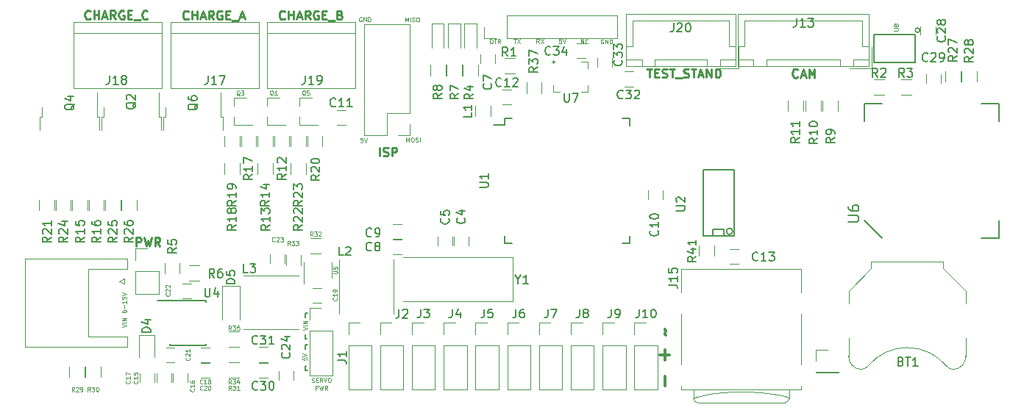
<source format=gbr>
G04 #@! TF.FileFunction,Legend,Top*
%FSLAX46Y46*%
G04 Gerber Fmt 4.6, Leading zero omitted, Abs format (unit mm)*
G04 Created by KiCad (PCBNEW 4.0.7) date 01/30/18 00:16:16*
%MOMM*%
%LPD*%
G01*
G04 APERTURE LIST*
%ADD10C,0.100000*%
%ADD11C,0.125000*%
%ADD12C,0.200000*%
%ADD13C,0.250000*%
%ADD14C,0.300000*%
%ADD15C,0.120000*%
%ADD16C,0.150000*%
G04 APERTURE END LIST*
D10*
D11*
X132892848Y-79685390D02*
X133178562Y-79685390D01*
X133035705Y-80185390D02*
X133035705Y-79685390D01*
X133297610Y-79685390D02*
X133630943Y-80185390D01*
X133630943Y-79685390D02*
X133297610Y-80185390D01*
X135806667Y-80159990D02*
X135640000Y-79921895D01*
X135520953Y-80159990D02*
X135520953Y-79659990D01*
X135711429Y-79659990D01*
X135759048Y-79683800D01*
X135782857Y-79707610D01*
X135806667Y-79755229D01*
X135806667Y-79826657D01*
X135782857Y-79874276D01*
X135759048Y-79898086D01*
X135711429Y-79921895D01*
X135520953Y-79921895D01*
X135973334Y-79659990D02*
X136306667Y-80159990D01*
X136306667Y-79659990D02*
X135973334Y-80159990D01*
X140627943Y-80185390D02*
X140627943Y-79685390D01*
X140913657Y-80185390D01*
X140913657Y-79685390D01*
X141437467Y-80137771D02*
X141413657Y-80161581D01*
X141342229Y-80185390D01*
X141294610Y-80185390D01*
X141223181Y-80161581D01*
X141175562Y-80113962D01*
X141151753Y-80066343D01*
X141127943Y-79971105D01*
X141127943Y-79899676D01*
X141151753Y-79804438D01*
X141175562Y-79756819D01*
X141223181Y-79709200D01*
X141294610Y-79685390D01*
X141342229Y-79685390D01*
X141413657Y-79709200D01*
X141437467Y-79733010D01*
X143179847Y-79734600D02*
X143132228Y-79710790D01*
X143060800Y-79710790D01*
X142989371Y-79734600D01*
X142941752Y-79782219D01*
X142917943Y-79829838D01*
X142894133Y-79925076D01*
X142894133Y-79996505D01*
X142917943Y-80091743D01*
X142941752Y-80139362D01*
X142989371Y-80186981D01*
X143060800Y-80210790D01*
X143108419Y-80210790D01*
X143179847Y-80186981D01*
X143203657Y-80163171D01*
X143203657Y-79996505D01*
X143108419Y-79996505D01*
X143417943Y-80210790D02*
X143417943Y-79710790D01*
X143703657Y-80210790D01*
X143703657Y-79710790D01*
X143941753Y-80210790D02*
X143941753Y-79710790D01*
X144060800Y-79710790D01*
X144132229Y-79734600D01*
X144179848Y-79782219D01*
X144203657Y-79829838D01*
X144227467Y-79925076D01*
X144227467Y-79996505D01*
X144203657Y-80091743D01*
X144179848Y-80139362D01*
X144132229Y-80186981D01*
X144060800Y-80210790D01*
X143941753Y-80210790D01*
X138360163Y-79659990D02*
X138122068Y-79659990D01*
X138098258Y-79898086D01*
X138122068Y-79874276D01*
X138169687Y-79850467D01*
X138288734Y-79850467D01*
X138336353Y-79874276D01*
X138360163Y-79898086D01*
X138383972Y-79945705D01*
X138383972Y-80064752D01*
X138360163Y-80112371D01*
X138336353Y-80136181D01*
X138288734Y-80159990D01*
X138169687Y-80159990D01*
X138122068Y-80136181D01*
X138098258Y-80112371D01*
X138526829Y-79659990D02*
X138693496Y-80159990D01*
X138860162Y-79659990D01*
X130187772Y-80185390D02*
X130187772Y-79685390D01*
X130306819Y-79685390D01*
X130378248Y-79709200D01*
X130425867Y-79756819D01*
X130449676Y-79804438D01*
X130473486Y-79899676D01*
X130473486Y-79971105D01*
X130449676Y-80066343D01*
X130425867Y-80113962D01*
X130378248Y-80161581D01*
X130306819Y-80185390D01*
X130187772Y-80185390D01*
X130616343Y-79685390D02*
X130902057Y-79685390D01*
X130759200Y-80185390D02*
X130759200Y-79685390D01*
X131354438Y-80185390D02*
X131187771Y-79947295D01*
X131068724Y-80185390D02*
X131068724Y-79685390D01*
X131259200Y-79685390D01*
X131306819Y-79709200D01*
X131330628Y-79733010D01*
X131354438Y-79780629D01*
X131354438Y-79852057D01*
X131330628Y-79899676D01*
X131306819Y-79923486D01*
X131259200Y-79947295D01*
X131068724Y-79947295D01*
D12*
X108915200Y-117322600D02*
X108966000Y-117322600D01*
X108915200Y-117881400D02*
X108915200Y-117322600D01*
X108915200Y-111226600D02*
X108915200Y-111734600D01*
X108915200Y-111252000D02*
X109143800Y-111252000D01*
X108915200Y-114223800D02*
X109093000Y-114223800D01*
X108915200Y-113715800D02*
X108915200Y-114223800D01*
X108915200Y-114884200D02*
X109118400Y-114884200D01*
X108915200Y-115366800D02*
X108915200Y-114884200D01*
X108915200Y-117881400D02*
X109118400Y-117881400D01*
D11*
X108590590Y-116376437D02*
X108590590Y-116614532D01*
X108828686Y-116638342D01*
X108804876Y-116614532D01*
X108781067Y-116566913D01*
X108781067Y-116447866D01*
X108804876Y-116400247D01*
X108828686Y-116376437D01*
X108876305Y-116352628D01*
X108995352Y-116352628D01*
X109042971Y-116376437D01*
X109066781Y-116400247D01*
X109090590Y-116447866D01*
X109090590Y-116566913D01*
X109066781Y-116614532D01*
X109042971Y-116638342D01*
X108590590Y-116209771D02*
X109090590Y-116043104D01*
X108590590Y-115876438D01*
X108615990Y-113171219D02*
X109115990Y-113004552D01*
X108615990Y-112837886D01*
X109115990Y-112671219D02*
X108615990Y-112671219D01*
X109115990Y-112433124D02*
X108615990Y-112433124D01*
X109115990Y-112147410D01*
X108615990Y-112147410D01*
X109648762Y-119195681D02*
X109720191Y-119219490D01*
X109839238Y-119219490D01*
X109886857Y-119195681D01*
X109910667Y-119171871D01*
X109934476Y-119124252D01*
X109934476Y-119076633D01*
X109910667Y-119029014D01*
X109886857Y-119005205D01*
X109839238Y-118981395D01*
X109744000Y-118957586D01*
X109696381Y-118933776D01*
X109672572Y-118909967D01*
X109648762Y-118862348D01*
X109648762Y-118814729D01*
X109672572Y-118767110D01*
X109696381Y-118743300D01*
X109744000Y-118719490D01*
X109863048Y-118719490D01*
X109934476Y-118743300D01*
X110148762Y-118957586D02*
X110315428Y-118957586D01*
X110386857Y-119219490D02*
X110148762Y-119219490D01*
X110148762Y-118719490D01*
X110386857Y-118719490D01*
X110886857Y-119219490D02*
X110720190Y-118981395D01*
X110601143Y-119219490D02*
X110601143Y-118719490D01*
X110791619Y-118719490D01*
X110839238Y-118743300D01*
X110863047Y-118767110D01*
X110886857Y-118814729D01*
X110886857Y-118886157D01*
X110863047Y-118933776D01*
X110839238Y-118957586D01*
X110791619Y-118981395D01*
X110601143Y-118981395D01*
X111029714Y-118719490D02*
X111196381Y-119219490D01*
X111363047Y-118719490D01*
X111624952Y-118719490D02*
X111720190Y-118719490D01*
X111767809Y-118743300D01*
X111815428Y-118790919D01*
X111839237Y-118886157D01*
X111839237Y-119052824D01*
X111815428Y-119148062D01*
X111767809Y-119195681D01*
X111720190Y-119219490D01*
X111624952Y-119219490D01*
X111577333Y-119195681D01*
X111529714Y-119148062D01*
X111505904Y-119052824D01*
X111505904Y-118886157D01*
X111529714Y-118790919D01*
X111577333Y-118743300D01*
X111624952Y-118719490D01*
X110077334Y-120094490D02*
X110077334Y-119594490D01*
X110267810Y-119594490D01*
X110315429Y-119618300D01*
X110339238Y-119642110D01*
X110363048Y-119689729D01*
X110363048Y-119761157D01*
X110339238Y-119808776D01*
X110315429Y-119832586D01*
X110267810Y-119856395D01*
X110077334Y-119856395D01*
X110529715Y-119594490D02*
X110648762Y-120094490D01*
X110744000Y-119737348D01*
X110839238Y-120094490D01*
X110958286Y-119594490D01*
X111434477Y-120094490D02*
X111267810Y-119856395D01*
X111148763Y-120094490D02*
X111148763Y-119594490D01*
X111339239Y-119594490D01*
X111386858Y-119618300D01*
X111410667Y-119642110D01*
X111434477Y-119689729D01*
X111434477Y-119761157D01*
X111410667Y-119808776D01*
X111386858Y-119832586D01*
X111339239Y-119856395D01*
X111148763Y-119856395D01*
D13*
X89446267Y-103550981D02*
X89446267Y-102550981D01*
X89827220Y-102550981D01*
X89922458Y-102598600D01*
X89970077Y-102646219D01*
X90017696Y-102741457D01*
X90017696Y-102884314D01*
X89970077Y-102979552D01*
X89922458Y-103027171D01*
X89827220Y-103074790D01*
X89446267Y-103074790D01*
X90351029Y-102550981D02*
X90589124Y-103550981D01*
X90779601Y-102836695D01*
X90970077Y-103550981D01*
X91208172Y-102550981D01*
X92160553Y-103550981D02*
X91827219Y-103074790D01*
X91589124Y-103550981D02*
X91589124Y-102550981D01*
X91970077Y-102550981D01*
X92065315Y-102598600D01*
X92112934Y-102646219D01*
X92160553Y-102741457D01*
X92160553Y-102884314D01*
X92112934Y-102979552D01*
X92065315Y-103027171D01*
X91970077Y-103074790D01*
X91589124Y-103074790D01*
X117438610Y-93162381D02*
X117438610Y-92162381D01*
X117867181Y-93114762D02*
X118010038Y-93162381D01*
X118248134Y-93162381D01*
X118343372Y-93114762D01*
X118390991Y-93067143D01*
X118438610Y-92971905D01*
X118438610Y-92876667D01*
X118390991Y-92781429D01*
X118343372Y-92733810D01*
X118248134Y-92686190D01*
X118057657Y-92638571D01*
X117962419Y-92590952D01*
X117914800Y-92543333D01*
X117867181Y-92448095D01*
X117867181Y-92352857D01*
X117914800Y-92257619D01*
X117962419Y-92210000D01*
X118057657Y-92162381D01*
X118295753Y-92162381D01*
X118438610Y-92210000D01*
X118867181Y-93162381D02*
X118867181Y-92162381D01*
X119248134Y-92162381D01*
X119343372Y-92210000D01*
X119390991Y-92257619D01*
X119438610Y-92352857D01*
X119438610Y-92495714D01*
X119390991Y-92590952D01*
X119343372Y-92638571D01*
X119248134Y-92686190D01*
X118867181Y-92686190D01*
D11*
X115366847Y-77169200D02*
X115319228Y-77145390D01*
X115247800Y-77145390D01*
X115176371Y-77169200D01*
X115128752Y-77216819D01*
X115104943Y-77264438D01*
X115081133Y-77359676D01*
X115081133Y-77431105D01*
X115104943Y-77526343D01*
X115128752Y-77573962D01*
X115176371Y-77621581D01*
X115247800Y-77645390D01*
X115295419Y-77645390D01*
X115366847Y-77621581D01*
X115390657Y-77597771D01*
X115390657Y-77431105D01*
X115295419Y-77431105D01*
X115604943Y-77645390D02*
X115604943Y-77145390D01*
X115890657Y-77645390D01*
X115890657Y-77145390D01*
X116128753Y-77645390D02*
X116128753Y-77145390D01*
X116247800Y-77145390D01*
X116319229Y-77169200D01*
X116366848Y-77216819D01*
X116390657Y-77264438D01*
X116414467Y-77359676D01*
X116414467Y-77431105D01*
X116390657Y-77526343D01*
X116366848Y-77573962D01*
X116319229Y-77621581D01*
X116247800Y-77645390D01*
X116128753Y-77645390D01*
X120423086Y-77670790D02*
X120423086Y-77170790D01*
X120589752Y-77527933D01*
X120756419Y-77170790D01*
X120756419Y-77670790D01*
X120994515Y-77670790D02*
X120994515Y-77170790D01*
X121208800Y-77646981D02*
X121280229Y-77670790D01*
X121399276Y-77670790D01*
X121446895Y-77646981D01*
X121470705Y-77623171D01*
X121494514Y-77575552D01*
X121494514Y-77527933D01*
X121470705Y-77480314D01*
X121446895Y-77456505D01*
X121399276Y-77432695D01*
X121304038Y-77408886D01*
X121256419Y-77385076D01*
X121232610Y-77361267D01*
X121208800Y-77313648D01*
X121208800Y-77266029D01*
X121232610Y-77218410D01*
X121256419Y-77194600D01*
X121304038Y-77170790D01*
X121423086Y-77170790D01*
X121494514Y-77194600D01*
X121804038Y-77170790D02*
X121899276Y-77170790D01*
X121946895Y-77194600D01*
X121994514Y-77242219D01*
X122018323Y-77337457D01*
X122018323Y-77504124D01*
X121994514Y-77599362D01*
X121946895Y-77646981D01*
X121899276Y-77670790D01*
X121804038Y-77670790D01*
X121756419Y-77646981D01*
X121708800Y-77599362D01*
X121684990Y-77504124D01*
X121684990Y-77337457D01*
X121708800Y-77242219D01*
X121756419Y-77194600D01*
X121804038Y-77170790D01*
X115500163Y-91064590D02*
X115262068Y-91064590D01*
X115238258Y-91302686D01*
X115262068Y-91278876D01*
X115309687Y-91255067D01*
X115428734Y-91255067D01*
X115476353Y-91278876D01*
X115500163Y-91302686D01*
X115523972Y-91350305D01*
X115523972Y-91469352D01*
X115500163Y-91516971D01*
X115476353Y-91540781D01*
X115428734Y-91564590D01*
X115309687Y-91564590D01*
X115262068Y-91540781D01*
X115238258Y-91516971D01*
X115666829Y-91064590D02*
X115833496Y-91564590D01*
X116000162Y-91064590D01*
X120524686Y-91539190D02*
X120524686Y-91039190D01*
X120691352Y-91396333D01*
X120858019Y-91039190D01*
X120858019Y-91539190D01*
X121191353Y-91039190D02*
X121286591Y-91039190D01*
X121334210Y-91063000D01*
X121381829Y-91110619D01*
X121405638Y-91205857D01*
X121405638Y-91372524D01*
X121381829Y-91467762D01*
X121334210Y-91515381D01*
X121286591Y-91539190D01*
X121191353Y-91539190D01*
X121143734Y-91515381D01*
X121096115Y-91467762D01*
X121072305Y-91372524D01*
X121072305Y-91205857D01*
X121096115Y-91110619D01*
X121143734Y-91063000D01*
X121191353Y-91039190D01*
X121596115Y-91515381D02*
X121667544Y-91539190D01*
X121786591Y-91539190D01*
X121834210Y-91515381D01*
X121858020Y-91491571D01*
X121881829Y-91443952D01*
X121881829Y-91396333D01*
X121858020Y-91348714D01*
X121834210Y-91324905D01*
X121786591Y-91301095D01*
X121691353Y-91277286D01*
X121643734Y-91253476D01*
X121619925Y-91229667D01*
X121596115Y-91182048D01*
X121596115Y-91134429D01*
X121619925Y-91086810D01*
X121643734Y-91063000D01*
X121691353Y-91039190D01*
X121810401Y-91039190D01*
X121881829Y-91063000D01*
X122096115Y-91539190D02*
X122096115Y-91039190D01*
D14*
X150260857Y-113091543D02*
X150332286Y-113162972D01*
X150403714Y-113305829D01*
X150260857Y-113591543D01*
X150332286Y-113734400D01*
X150403714Y-113805829D01*
X150260857Y-115520115D02*
X150260857Y-116662972D01*
X149689429Y-116091543D02*
X150832286Y-116091543D01*
X150260857Y-118520115D02*
X150260857Y-119662972D01*
D13*
X165577924Y-84024743D02*
X165530305Y-84072362D01*
X165387448Y-84119981D01*
X165292210Y-84119981D01*
X165149352Y-84072362D01*
X165054114Y-83977124D01*
X165006495Y-83881886D01*
X164958876Y-83691410D01*
X164958876Y-83548552D01*
X165006495Y-83358076D01*
X165054114Y-83262838D01*
X165149352Y-83167600D01*
X165292210Y-83119981D01*
X165387448Y-83119981D01*
X165530305Y-83167600D01*
X165577924Y-83215219D01*
X165958876Y-83834267D02*
X166435067Y-83834267D01*
X165863638Y-84119981D02*
X166196971Y-83119981D01*
X166530305Y-84119981D01*
X166863638Y-84119981D02*
X166863638Y-83119981D01*
X167196972Y-83834267D01*
X167530305Y-83119981D01*
X167530305Y-84119981D01*
X148215885Y-83094581D02*
X148787314Y-83094581D01*
X148501599Y-84094581D02*
X148501599Y-83094581D01*
X149120647Y-83570771D02*
X149453981Y-83570771D01*
X149596838Y-84094581D02*
X149120647Y-84094581D01*
X149120647Y-83094581D01*
X149596838Y-83094581D01*
X149977790Y-84046962D02*
X150120647Y-84094581D01*
X150358743Y-84094581D01*
X150453981Y-84046962D01*
X150501600Y-83999343D01*
X150549219Y-83904105D01*
X150549219Y-83808867D01*
X150501600Y-83713629D01*
X150453981Y-83666010D01*
X150358743Y-83618390D01*
X150168266Y-83570771D01*
X150073028Y-83523152D01*
X150025409Y-83475533D01*
X149977790Y-83380295D01*
X149977790Y-83285057D01*
X150025409Y-83189819D01*
X150073028Y-83142200D01*
X150168266Y-83094581D01*
X150406362Y-83094581D01*
X150549219Y-83142200D01*
X150834933Y-83094581D02*
X151406362Y-83094581D01*
X151120647Y-84094581D02*
X151120647Y-83094581D01*
X151501600Y-84189819D02*
X152263505Y-84189819D01*
X152453981Y-84046962D02*
X152596838Y-84094581D01*
X152834934Y-84094581D01*
X152930172Y-84046962D01*
X152977791Y-83999343D01*
X153025410Y-83904105D01*
X153025410Y-83808867D01*
X152977791Y-83713629D01*
X152930172Y-83666010D01*
X152834934Y-83618390D01*
X152644457Y-83570771D01*
X152549219Y-83523152D01*
X152501600Y-83475533D01*
X152453981Y-83380295D01*
X152453981Y-83285057D01*
X152501600Y-83189819D01*
X152549219Y-83142200D01*
X152644457Y-83094581D01*
X152882553Y-83094581D01*
X153025410Y-83142200D01*
X153311124Y-83094581D02*
X153882553Y-83094581D01*
X153596838Y-84094581D02*
X153596838Y-83094581D01*
X154168267Y-83808867D02*
X154644458Y-83808867D01*
X154073029Y-84094581D02*
X154406362Y-83094581D01*
X154739696Y-84094581D01*
X155073029Y-84094581D02*
X155073029Y-83094581D01*
X155644458Y-84094581D01*
X155644458Y-83094581D01*
X156120648Y-84094581D02*
X156120648Y-83094581D01*
X156358743Y-83094581D01*
X156501601Y-83142200D01*
X156596839Y-83237438D01*
X156644458Y-83332676D01*
X156692077Y-83523152D01*
X156692077Y-83666010D01*
X156644458Y-83856486D01*
X156596839Y-83951724D01*
X156501601Y-84046962D01*
X156358743Y-84094581D01*
X156120648Y-84094581D01*
X106548610Y-77319143D02*
X106500991Y-77366762D01*
X106358134Y-77414381D01*
X106262896Y-77414381D01*
X106120038Y-77366762D01*
X106024800Y-77271524D01*
X105977181Y-77176286D01*
X105929562Y-76985810D01*
X105929562Y-76842952D01*
X105977181Y-76652476D01*
X106024800Y-76557238D01*
X106120038Y-76462000D01*
X106262896Y-76414381D01*
X106358134Y-76414381D01*
X106500991Y-76462000D01*
X106548610Y-76509619D01*
X106977181Y-77414381D02*
X106977181Y-76414381D01*
X106977181Y-76890571D02*
X107548610Y-76890571D01*
X107548610Y-77414381D02*
X107548610Y-76414381D01*
X107977181Y-77128667D02*
X108453372Y-77128667D01*
X107881943Y-77414381D02*
X108215276Y-76414381D01*
X108548610Y-77414381D01*
X109453372Y-77414381D02*
X109120038Y-76938190D01*
X108881943Y-77414381D02*
X108881943Y-76414381D01*
X109262896Y-76414381D01*
X109358134Y-76462000D01*
X109405753Y-76509619D01*
X109453372Y-76604857D01*
X109453372Y-76747714D01*
X109405753Y-76842952D01*
X109358134Y-76890571D01*
X109262896Y-76938190D01*
X108881943Y-76938190D01*
X110405753Y-76462000D02*
X110310515Y-76414381D01*
X110167658Y-76414381D01*
X110024800Y-76462000D01*
X109929562Y-76557238D01*
X109881943Y-76652476D01*
X109834324Y-76842952D01*
X109834324Y-76985810D01*
X109881943Y-77176286D01*
X109929562Y-77271524D01*
X110024800Y-77366762D01*
X110167658Y-77414381D01*
X110262896Y-77414381D01*
X110405753Y-77366762D01*
X110453372Y-77319143D01*
X110453372Y-76985810D01*
X110262896Y-76985810D01*
X110881943Y-76890571D02*
X111215277Y-76890571D01*
X111358134Y-77414381D02*
X110881943Y-77414381D01*
X110881943Y-76414381D01*
X111358134Y-76414381D01*
X111548610Y-77509619D02*
X112310515Y-77509619D01*
X112881944Y-76890571D02*
X113024801Y-76938190D01*
X113072420Y-76985810D01*
X113120039Y-77081048D01*
X113120039Y-77223905D01*
X113072420Y-77319143D01*
X113024801Y-77366762D01*
X112929563Y-77414381D01*
X112548610Y-77414381D01*
X112548610Y-76414381D01*
X112881944Y-76414381D01*
X112977182Y-76462000D01*
X113024801Y-76509619D01*
X113072420Y-76604857D01*
X113072420Y-76700095D01*
X113024801Y-76795333D01*
X112977182Y-76842952D01*
X112881944Y-76890571D01*
X112548610Y-76890571D01*
X84145810Y-77293743D02*
X84098191Y-77341362D01*
X83955334Y-77388981D01*
X83860096Y-77388981D01*
X83717238Y-77341362D01*
X83622000Y-77246124D01*
X83574381Y-77150886D01*
X83526762Y-76960410D01*
X83526762Y-76817552D01*
X83574381Y-76627076D01*
X83622000Y-76531838D01*
X83717238Y-76436600D01*
X83860096Y-76388981D01*
X83955334Y-76388981D01*
X84098191Y-76436600D01*
X84145810Y-76484219D01*
X84574381Y-77388981D02*
X84574381Y-76388981D01*
X84574381Y-76865171D02*
X85145810Y-76865171D01*
X85145810Y-77388981D02*
X85145810Y-76388981D01*
X85574381Y-77103267D02*
X86050572Y-77103267D01*
X85479143Y-77388981D02*
X85812476Y-76388981D01*
X86145810Y-77388981D01*
X87050572Y-77388981D02*
X86717238Y-76912790D01*
X86479143Y-77388981D02*
X86479143Y-76388981D01*
X86860096Y-76388981D01*
X86955334Y-76436600D01*
X87002953Y-76484219D01*
X87050572Y-76579457D01*
X87050572Y-76722314D01*
X87002953Y-76817552D01*
X86955334Y-76865171D01*
X86860096Y-76912790D01*
X86479143Y-76912790D01*
X88002953Y-76436600D02*
X87907715Y-76388981D01*
X87764858Y-76388981D01*
X87622000Y-76436600D01*
X87526762Y-76531838D01*
X87479143Y-76627076D01*
X87431524Y-76817552D01*
X87431524Y-76960410D01*
X87479143Y-77150886D01*
X87526762Y-77246124D01*
X87622000Y-77341362D01*
X87764858Y-77388981D01*
X87860096Y-77388981D01*
X88002953Y-77341362D01*
X88050572Y-77293743D01*
X88050572Y-76960410D01*
X87860096Y-76960410D01*
X88479143Y-76865171D02*
X88812477Y-76865171D01*
X88955334Y-77388981D02*
X88479143Y-77388981D01*
X88479143Y-76388981D01*
X88955334Y-76388981D01*
X89145810Y-77484219D02*
X89907715Y-77484219D01*
X90717239Y-77293743D02*
X90669620Y-77341362D01*
X90526763Y-77388981D01*
X90431525Y-77388981D01*
X90288667Y-77341362D01*
X90193429Y-77246124D01*
X90145810Y-77150886D01*
X90098191Y-76960410D01*
X90098191Y-76817552D01*
X90145810Y-76627076D01*
X90193429Y-76531838D01*
X90288667Y-76436600D01*
X90431525Y-76388981D01*
X90526763Y-76388981D01*
X90669620Y-76436600D01*
X90717239Y-76484219D01*
X95444038Y-77319143D02*
X95396419Y-77366762D01*
X95253562Y-77414381D01*
X95158324Y-77414381D01*
X95015466Y-77366762D01*
X94920228Y-77271524D01*
X94872609Y-77176286D01*
X94824990Y-76985810D01*
X94824990Y-76842952D01*
X94872609Y-76652476D01*
X94920228Y-76557238D01*
X95015466Y-76462000D01*
X95158324Y-76414381D01*
X95253562Y-76414381D01*
X95396419Y-76462000D01*
X95444038Y-76509619D01*
X95872609Y-77414381D02*
X95872609Y-76414381D01*
X95872609Y-76890571D02*
X96444038Y-76890571D01*
X96444038Y-77414381D02*
X96444038Y-76414381D01*
X96872609Y-77128667D02*
X97348800Y-77128667D01*
X96777371Y-77414381D02*
X97110704Y-76414381D01*
X97444038Y-77414381D01*
X98348800Y-77414381D02*
X98015466Y-76938190D01*
X97777371Y-77414381D02*
X97777371Y-76414381D01*
X98158324Y-76414381D01*
X98253562Y-76462000D01*
X98301181Y-76509619D01*
X98348800Y-76604857D01*
X98348800Y-76747714D01*
X98301181Y-76842952D01*
X98253562Y-76890571D01*
X98158324Y-76938190D01*
X97777371Y-76938190D01*
X99301181Y-76462000D02*
X99205943Y-76414381D01*
X99063086Y-76414381D01*
X98920228Y-76462000D01*
X98824990Y-76557238D01*
X98777371Y-76652476D01*
X98729752Y-76842952D01*
X98729752Y-76985810D01*
X98777371Y-77176286D01*
X98824990Y-77271524D01*
X98920228Y-77366762D01*
X99063086Y-77414381D01*
X99158324Y-77414381D01*
X99301181Y-77366762D01*
X99348800Y-77319143D01*
X99348800Y-76985810D01*
X99158324Y-76985810D01*
X99777371Y-76890571D02*
X100110705Y-76890571D01*
X100253562Y-77414381D02*
X99777371Y-77414381D01*
X99777371Y-76414381D01*
X100253562Y-76414381D01*
X100444038Y-77509619D02*
X101205943Y-77509619D01*
X101396419Y-77128667D02*
X101872610Y-77128667D01*
X101301181Y-77414381D02*
X101634514Y-76414381D01*
X101967848Y-77414381D01*
D11*
X87787990Y-112821789D02*
X88287990Y-112655122D01*
X87787990Y-112488456D01*
X88287990Y-112321789D02*
X87787990Y-112321789D01*
X88287990Y-112083694D02*
X87787990Y-112083694D01*
X88287990Y-111797980D01*
X87787990Y-111797980D01*
X87787990Y-110964647D02*
X87787990Y-111059885D01*
X87811800Y-111107504D01*
X87835610Y-111131313D01*
X87907038Y-111178932D01*
X88002276Y-111202742D01*
X88192752Y-111202742D01*
X88240371Y-111178932D01*
X88264181Y-111155123D01*
X88287990Y-111107504D01*
X88287990Y-111012266D01*
X88264181Y-110964647D01*
X88240371Y-110940837D01*
X88192752Y-110917028D01*
X88073705Y-110917028D01*
X88026086Y-110940837D01*
X88002276Y-110964647D01*
X87978467Y-111012266D01*
X87978467Y-111107504D01*
X88002276Y-111155123D01*
X88026086Y-111178932D01*
X88073705Y-111202742D01*
X88097514Y-110702742D02*
X88097514Y-110321790D01*
X88287990Y-109821790D02*
X88287990Y-110107504D01*
X88287990Y-109964647D02*
X87787990Y-109964647D01*
X87859419Y-110012266D01*
X87907038Y-110059885D01*
X87930848Y-110107504D01*
X87787990Y-109369409D02*
X87787990Y-109607504D01*
X88026086Y-109631314D01*
X88002276Y-109607504D01*
X87978467Y-109559885D01*
X87978467Y-109440838D01*
X88002276Y-109393219D01*
X88026086Y-109369409D01*
X88073705Y-109345600D01*
X88192752Y-109345600D01*
X88240371Y-109369409D01*
X88264181Y-109393219D01*
X88287990Y-109440838D01*
X88287990Y-109559885D01*
X88264181Y-109607504D01*
X88240371Y-109631314D01*
X87787990Y-109202743D02*
X88287990Y-109036076D01*
X87787990Y-108869410D01*
D15*
X173771400Y-82764800D02*
X173771400Y-76814800D01*
X173771400Y-76814800D02*
X158671400Y-76814800D01*
X158671400Y-76814800D02*
X158671400Y-82764800D01*
X158671400Y-82764800D02*
X173771400Y-82764800D01*
X170471400Y-82764800D02*
X170471400Y-82014800D01*
X170471400Y-82014800D02*
X161971400Y-82014800D01*
X161971400Y-82014800D02*
X161971400Y-82764800D01*
X161971400Y-82764800D02*
X170471400Y-82764800D01*
X173771400Y-82764800D02*
X173771400Y-82014800D01*
X173771400Y-82014800D02*
X171971400Y-82014800D01*
X171971400Y-82014800D02*
X171971400Y-82764800D01*
X171971400Y-82764800D02*
X173771400Y-82764800D01*
X160471400Y-82764800D02*
X160471400Y-82014800D01*
X160471400Y-82014800D02*
X158671400Y-82014800D01*
X158671400Y-82014800D02*
X158671400Y-82764800D01*
X158671400Y-82764800D02*
X160471400Y-82764800D01*
X173771400Y-80514800D02*
X173021400Y-80514800D01*
X173021400Y-80514800D02*
X173021400Y-77564800D01*
X173021400Y-77564800D02*
X166221400Y-77564800D01*
X158671400Y-80514800D02*
X159421400Y-80514800D01*
X159421400Y-80514800D02*
X159421400Y-77564800D01*
X159421400Y-77564800D02*
X166221400Y-77564800D01*
X171571400Y-83064800D02*
X174071400Y-83064800D01*
X174071400Y-83064800D02*
X174071400Y-80564800D01*
X183595615Y-117725160D02*
G75*
G02X182681000Y-117341000I-124615J984160D01*
G01*
X172766385Y-117725160D02*
G75*
G03X173681000Y-117341000I124615J984160D01*
G01*
X182671661Y-117329671D02*
G75*
G03X173681000Y-117341000I-4490661J-3711329D01*
G01*
X184931000Y-116191000D02*
G75*
G02X183481000Y-117741000I-1500000J-50000D01*
G01*
X171431000Y-116191000D02*
G75*
G03X172881000Y-117741000I1500000J-50000D01*
G01*
X184931000Y-114141000D02*
X184931000Y-116241000D01*
X171431000Y-114141000D02*
X171431000Y-116241000D01*
X171431000Y-110141000D02*
X171431000Y-108691000D01*
X171431000Y-108691000D02*
X174031000Y-106091000D01*
X174031000Y-106091000D02*
X174031000Y-105291000D01*
X174031000Y-105291000D02*
X182331000Y-105291000D01*
X182331000Y-105291000D02*
X182331000Y-106091000D01*
X182331000Y-106091000D02*
X184931000Y-108691000D01*
X184931000Y-108691000D02*
X184931000Y-110141000D01*
X120134800Y-109890400D02*
X132734800Y-109890400D01*
X132734800Y-109890400D02*
X132734800Y-104790400D01*
X132734800Y-104790400D02*
X120134800Y-104790400D01*
X154080200Y-120866200D02*
X153580200Y-120966200D01*
X155380200Y-120566200D02*
X154080200Y-120866200D01*
X156880200Y-120366200D02*
X155380200Y-120566200D01*
X158180200Y-120266200D02*
X156880200Y-120366200D01*
X159980200Y-120266200D02*
X158180200Y-120266200D01*
X161280200Y-120366200D02*
X159980200Y-120266200D01*
X162080200Y-120466200D02*
X161280200Y-120366200D01*
X163780200Y-120766200D02*
X162080200Y-120466200D01*
X164580200Y-120966200D02*
X163780200Y-120766200D01*
X164080200Y-121566200D02*
X154080200Y-121566200D01*
X153580200Y-121066200D02*
G75*
G03X154080200Y-121566200I500000J0D01*
G01*
X164580200Y-120066200D02*
X164580200Y-121066200D01*
X153580200Y-120066200D02*
X153580200Y-121066200D01*
X165990200Y-120066200D02*
X152170200Y-120066200D01*
X152170200Y-106146200D02*
X165990200Y-106146200D01*
X152170200Y-108846200D02*
X152170200Y-106146200D01*
X164080200Y-121566200D02*
G75*
G03X164580200Y-121066200I0J500000D01*
G01*
X152170200Y-120066200D02*
X152170200Y-119666200D01*
X152170200Y-117146200D02*
X152170200Y-111366200D01*
X165990200Y-108846200D02*
X165990200Y-106146200D01*
X165990200Y-117146200D02*
X165990200Y-111366200D01*
X165990200Y-120066200D02*
X165990200Y-119666200D01*
D16*
X154686000Y-94716600D02*
X154686000Y-102336600D01*
X158242000Y-102336600D02*
X158242000Y-94716600D01*
X154686000Y-94716600D02*
X158242000Y-94716600D01*
X158242000Y-102336600D02*
X154686000Y-102336600D01*
X158093210Y-101828600D02*
G75*
G03X158093210Y-101828600I-359210J0D01*
G01*
X155829000Y-102336600D02*
X155829000Y-101574600D01*
X155829000Y-101574600D02*
X157099000Y-101574600D01*
X157099000Y-101574600D02*
X157099000Y-102336600D01*
X131864600Y-88837000D02*
X131864600Y-89562000D01*
X146214600Y-88837000D02*
X146214600Y-89637000D01*
X146214600Y-103187000D02*
X146214600Y-102387000D01*
X131864600Y-103187000D02*
X131864600Y-102387000D01*
X131864600Y-88837000D02*
X132664600Y-88837000D01*
X131864600Y-103187000D02*
X132664600Y-103187000D01*
X146214600Y-103187000D02*
X145414600Y-103187000D01*
X146214600Y-88837000D02*
X145414600Y-88837000D01*
X131864600Y-89562000D02*
X130589600Y-89562000D01*
D15*
X158455200Y-82764800D02*
X158455200Y-76814800D01*
X158455200Y-76814800D02*
X145855200Y-76814800D01*
X145855200Y-76814800D02*
X145855200Y-82764800D01*
X145855200Y-82764800D02*
X158455200Y-82764800D01*
X155155200Y-82764800D02*
X155155200Y-82014800D01*
X155155200Y-82014800D02*
X149155200Y-82014800D01*
X149155200Y-82014800D02*
X149155200Y-82764800D01*
X149155200Y-82764800D02*
X155155200Y-82764800D01*
X158455200Y-82764800D02*
X158455200Y-82014800D01*
X158455200Y-82014800D02*
X156655200Y-82014800D01*
X156655200Y-82014800D02*
X156655200Y-82764800D01*
X156655200Y-82764800D02*
X158455200Y-82764800D01*
X147655200Y-82764800D02*
X147655200Y-82014800D01*
X147655200Y-82014800D02*
X145855200Y-82014800D01*
X145855200Y-82014800D02*
X145855200Y-82764800D01*
X145855200Y-82764800D02*
X147655200Y-82764800D01*
X158455200Y-80514800D02*
X157705200Y-80514800D01*
X157705200Y-80514800D02*
X157705200Y-77564800D01*
X157705200Y-77564800D02*
X152155200Y-77564800D01*
X145855200Y-80514800D02*
X146605200Y-80514800D01*
X146605200Y-80514800D02*
X146605200Y-77564800D01*
X146605200Y-77564800D02*
X152155200Y-77564800D01*
X156255200Y-83064800D02*
X158755200Y-83064800D01*
X158755200Y-83064800D02*
X158755200Y-80564800D01*
X106564800Y-105452800D02*
X106564800Y-104452800D01*
X104864800Y-104452800D02*
X104864800Y-105452800D01*
X99423900Y-90139800D02*
X99423900Y-88639800D01*
X99423900Y-88639800D02*
X99153900Y-88639800D01*
X99153900Y-88639800D02*
X99153900Y-85809800D01*
X92523900Y-90139800D02*
X92523900Y-88639800D01*
X92523900Y-88639800D02*
X92793900Y-88639800D01*
X92793900Y-88639800D02*
X92793900Y-87539800D01*
X100662200Y-86418300D02*
X100662200Y-87348300D01*
X100662200Y-89578300D02*
X100662200Y-88648300D01*
X100662200Y-89578300D02*
X102822200Y-89578300D01*
X100662200Y-86418300D02*
X102122200Y-86418300D01*
X108218700Y-86418300D02*
X108218700Y-87348300D01*
X108218700Y-89578300D02*
X108218700Y-88648300D01*
X108218700Y-89578300D02*
X110378700Y-89578300D01*
X108218700Y-86418300D02*
X109678700Y-86418300D01*
D16*
X175275000Y-102619000D02*
X173225000Y-100569000D01*
X173225000Y-89169000D02*
X173225000Y-87119000D01*
X173225000Y-87119000D02*
X175275000Y-87119000D01*
X188725000Y-100569000D02*
X188725000Y-102619000D01*
X188725000Y-102619000D02*
X186675000Y-102619000D01*
X188725000Y-89169000D02*
X188725000Y-87119000D01*
X188725000Y-87119000D02*
X186675000Y-87119000D01*
D15*
X125997600Y-102420800D02*
X125997600Y-103420800D01*
X127697600Y-103420800D02*
X127697600Y-102420800D01*
X124168800Y-102420800D02*
X124168800Y-103420800D01*
X125868800Y-103420800D02*
X125868800Y-102420800D01*
X129045600Y-81440400D02*
X129045600Y-82440400D01*
X130745600Y-82440400D02*
X130745600Y-81440400D01*
X119981600Y-102807400D02*
X118981600Y-102807400D01*
X118981600Y-104507400D02*
X119981600Y-104507400D01*
X148375000Y-97137600D02*
X148375000Y-98137600D01*
X150075000Y-98137600D02*
X150075000Y-97137600D01*
X131605400Y-87235400D02*
X132605400Y-87235400D01*
X132605400Y-85535400D02*
X131605400Y-85535400D01*
X157742000Y-105574200D02*
X158742000Y-105574200D01*
X158742000Y-103874200D02*
X157742000Y-103874200D01*
X93458400Y-119194200D02*
X93458400Y-118194200D01*
X91758400Y-118194200D02*
X91758400Y-119194200D01*
X95338000Y-119219600D02*
X95338000Y-118219600D01*
X93638000Y-118219600D02*
X93638000Y-119219600D01*
X96883600Y-116902600D02*
X97883600Y-116902600D01*
X97883600Y-115202600D02*
X96883600Y-115202600D01*
X96883600Y-118706000D02*
X97883600Y-118706000D01*
X97883600Y-117006000D02*
X96883600Y-117006000D01*
X107580800Y-118914800D02*
X107580800Y-117914800D01*
X105880800Y-117914800D02*
X105880800Y-118914800D01*
X179718600Y-78189200D02*
X179718600Y-79189200D01*
X181418600Y-79189200D02*
X181418600Y-78189200D01*
X182079000Y-84726400D02*
X182079000Y-83726400D01*
X180379000Y-83726400D02*
X180379000Y-84726400D01*
X128614400Y-77905200D02*
X127214400Y-77905200D01*
X127214400Y-77905200D02*
X127214400Y-80705200D01*
X128614400Y-77905200D02*
X128614400Y-80705200D01*
X126734800Y-77905200D02*
X125334800Y-77905200D01*
X125334800Y-77905200D02*
X125334800Y-80705200D01*
X126734800Y-77905200D02*
X126734800Y-80705200D01*
X124855200Y-77905200D02*
X123455200Y-77905200D01*
X123455200Y-77905200D02*
X123455200Y-80705200D01*
X124855200Y-77905200D02*
X124855200Y-80705200D01*
X113859000Y-120075000D02*
X116519000Y-120075000D01*
X113859000Y-114935000D02*
X113859000Y-120075000D01*
X116519000Y-114935000D02*
X116519000Y-120075000D01*
X113859000Y-114935000D02*
X116519000Y-114935000D01*
X113859000Y-113665000D02*
X113859000Y-112335000D01*
X113859000Y-112335000D02*
X115189000Y-112335000D01*
X117516600Y-120075000D02*
X120176600Y-120075000D01*
X117516600Y-114935000D02*
X117516600Y-120075000D01*
X120176600Y-114935000D02*
X120176600Y-120075000D01*
X117516600Y-114935000D02*
X120176600Y-114935000D01*
X117516600Y-113665000D02*
X117516600Y-112335000D01*
X117516600Y-112335000D02*
X118846600Y-112335000D01*
X121174200Y-120075000D02*
X123834200Y-120075000D01*
X121174200Y-114935000D02*
X121174200Y-120075000D01*
X123834200Y-114935000D02*
X123834200Y-120075000D01*
X121174200Y-114935000D02*
X123834200Y-114935000D01*
X121174200Y-113665000D02*
X121174200Y-112335000D01*
X121174200Y-112335000D02*
X122504200Y-112335000D01*
X124831800Y-120075000D02*
X127491800Y-120075000D01*
X124831800Y-114935000D02*
X124831800Y-120075000D01*
X127491800Y-114935000D02*
X127491800Y-120075000D01*
X124831800Y-114935000D02*
X127491800Y-114935000D01*
X124831800Y-113665000D02*
X124831800Y-112335000D01*
X124831800Y-112335000D02*
X126161800Y-112335000D01*
X128489400Y-120075000D02*
X131149400Y-120075000D01*
X128489400Y-114935000D02*
X128489400Y-120075000D01*
X131149400Y-114935000D02*
X131149400Y-120075000D01*
X128489400Y-114935000D02*
X131149400Y-114935000D01*
X128489400Y-113665000D02*
X128489400Y-112335000D01*
X128489400Y-112335000D02*
X129819400Y-112335000D01*
X132147000Y-120075000D02*
X134807000Y-120075000D01*
X132147000Y-114935000D02*
X132147000Y-120075000D01*
X134807000Y-114935000D02*
X134807000Y-120075000D01*
X132147000Y-114935000D02*
X134807000Y-114935000D01*
X132147000Y-113665000D02*
X132147000Y-112335000D01*
X132147000Y-112335000D02*
X133477000Y-112335000D01*
X135804600Y-120075000D02*
X138464600Y-120075000D01*
X135804600Y-114935000D02*
X135804600Y-120075000D01*
X138464600Y-114935000D02*
X138464600Y-120075000D01*
X135804600Y-114935000D02*
X138464600Y-114935000D01*
X135804600Y-113665000D02*
X135804600Y-112335000D01*
X135804600Y-112335000D02*
X137134600Y-112335000D01*
X139462200Y-120075000D02*
X142122200Y-120075000D01*
X139462200Y-114935000D02*
X139462200Y-120075000D01*
X142122200Y-114935000D02*
X142122200Y-120075000D01*
X139462200Y-114935000D02*
X142122200Y-114935000D01*
X139462200Y-113665000D02*
X139462200Y-112335000D01*
X139462200Y-112335000D02*
X140792200Y-112335000D01*
X143119800Y-120075000D02*
X145779800Y-120075000D01*
X143119800Y-114935000D02*
X143119800Y-120075000D01*
X145779800Y-114935000D02*
X145779800Y-120075000D01*
X143119800Y-114935000D02*
X145779800Y-114935000D01*
X143119800Y-113665000D02*
X143119800Y-112335000D01*
X143119800Y-112335000D02*
X144449800Y-112335000D01*
X146777400Y-120075000D02*
X149437400Y-120075000D01*
X146777400Y-114935000D02*
X146777400Y-120075000D01*
X149437400Y-114935000D02*
X149437400Y-120075000D01*
X146777400Y-114935000D02*
X149437400Y-114935000D01*
X146777400Y-113665000D02*
X146777400Y-112335000D01*
X146777400Y-112335000D02*
X148107400Y-112335000D01*
X120913200Y-77968800D02*
X115713200Y-77968800D01*
X120913200Y-88188800D02*
X120913200Y-77968800D01*
X115713200Y-90788800D02*
X115713200Y-77968800D01*
X120913200Y-88188800D02*
X118313200Y-88188800D01*
X118313200Y-88188800D02*
X118313200Y-90788800D01*
X118313200Y-90788800D02*
X115713200Y-90788800D01*
X120913200Y-89458800D02*
X120913200Y-90788800D01*
X120913200Y-90788800D02*
X119583200Y-90788800D01*
X76629000Y-110069000D02*
X76629000Y-104969000D01*
X76629000Y-104969000D02*
X88429000Y-104969000D01*
X88429000Y-104969000D02*
X88429000Y-106169000D01*
X88429000Y-106169000D02*
X83929000Y-106169000D01*
X83929000Y-106169000D02*
X83929000Y-110069000D01*
X76629000Y-110069000D02*
X76629000Y-115169000D01*
X76629000Y-115169000D02*
X88429000Y-115169000D01*
X88429000Y-115169000D02*
X88429000Y-113969000D01*
X88429000Y-113969000D02*
X83929000Y-113969000D01*
X83929000Y-113969000D02*
X83929000Y-110069000D01*
X87479000Y-107569000D02*
X88079000Y-107269000D01*
X88079000Y-107269000D02*
X88079000Y-107869000D01*
X88079000Y-107869000D02*
X87479000Y-107569000D01*
X93421200Y-78968600D02*
X103581200Y-78968600D01*
X93421200Y-77698600D02*
X93421200Y-85318600D01*
X93421200Y-85318600D02*
X103581200Y-85318600D01*
X103581200Y-85318600D02*
X103581200Y-77698600D01*
X103581200Y-77698600D02*
X93421200Y-77698600D01*
X82245200Y-78968600D02*
X92405200Y-78968600D01*
X82245200Y-77698600D02*
X82245200Y-85318600D01*
X82245200Y-85318600D02*
X92405200Y-85318600D01*
X92405200Y-85318600D02*
X92405200Y-77698600D01*
X92405200Y-77698600D02*
X82245200Y-77698600D01*
X104470200Y-78968600D02*
X114630200Y-78968600D01*
X104470200Y-77698600D02*
X104470200Y-85318600D01*
X104470200Y-85318600D02*
X114630200Y-85318600D01*
X114630200Y-85318600D02*
X114630200Y-77698600D01*
X114630200Y-77698600D02*
X104470200Y-77698600D01*
X109388600Y-118424000D02*
X112048600Y-118424000D01*
X109388600Y-113284000D02*
X109388600Y-118424000D01*
X112048600Y-113284000D02*
X112048600Y-118424000D01*
X109388600Y-113284000D02*
X112048600Y-113284000D01*
X109388600Y-112014000D02*
X109388600Y-110684000D01*
X109388600Y-110684000D02*
X110718600Y-110684000D01*
X89373400Y-109026000D02*
X92033400Y-109026000D01*
X89373400Y-106426000D02*
X89373400Y-109026000D01*
X92033400Y-106426000D02*
X92033400Y-109026000D01*
X89373400Y-106426000D02*
X92033400Y-106426000D01*
X89373400Y-105156000D02*
X89373400Y-103826000D01*
X89373400Y-103826000D02*
X90703400Y-103826000D01*
X130216800Y-87385600D02*
X130216800Y-88585600D01*
X128456800Y-88585600D02*
X128456800Y-87385600D01*
X104472200Y-86418300D02*
X104472200Y-87348300D01*
X104472200Y-89578300D02*
X104472200Y-88648300D01*
X104472200Y-89578300D02*
X106632200Y-89578300D01*
X104472200Y-86418300D02*
X105932200Y-86418300D01*
X92311900Y-90139800D02*
X92311900Y-88639800D01*
X92311900Y-88639800D02*
X92041900Y-88639800D01*
X92041900Y-88639800D02*
X92041900Y-85809800D01*
X85411900Y-90139800D02*
X85411900Y-88639800D01*
X85411900Y-88639800D02*
X85681900Y-88639800D01*
X85681900Y-88639800D02*
X85681900Y-87539800D01*
X85199900Y-90139800D02*
X85199900Y-88639800D01*
X85199900Y-88639800D02*
X84929900Y-88639800D01*
X84929900Y-88639800D02*
X84929900Y-85809800D01*
X78299900Y-90139800D02*
X78299900Y-88639800D01*
X78299900Y-88639800D02*
X78569900Y-88639800D01*
X78569900Y-88639800D02*
X78569900Y-87539800D01*
X131810200Y-81898600D02*
X133010200Y-81898600D01*
X133010200Y-83658600D02*
X131810200Y-83658600D01*
X174329800Y-84337000D02*
X175529800Y-84337000D01*
X175529800Y-86097000D02*
X174329800Y-86097000D01*
X177479400Y-84337000D02*
X178679400Y-84337000D01*
X178679400Y-86097000D02*
X177479400Y-86097000D01*
X127034400Y-83861200D02*
X127034400Y-82661200D01*
X128794400Y-82661200D02*
X128794400Y-83861200D01*
X92693600Y-106670400D02*
X92693600Y-105470400D01*
X94453600Y-105470400D02*
X94453600Y-106670400D01*
X95539000Y-105774600D02*
X96739000Y-105774600D01*
X96739000Y-107534600D02*
X95539000Y-107534600D01*
X125154800Y-83861200D02*
X125154800Y-82661200D01*
X126914800Y-82661200D02*
X126914800Y-83861200D01*
X123275200Y-83861200D02*
X123275200Y-82661200D01*
X125035200Y-82661200D02*
X125035200Y-83861200D01*
X168461800Y-87950600D02*
X168461800Y-86750600D01*
X170221800Y-86750600D02*
X170221800Y-87950600D01*
X166455200Y-87976000D02*
X166455200Y-86776000D01*
X168215200Y-86776000D02*
X168215200Y-87976000D01*
X164448600Y-87976000D02*
X164448600Y-86776000D01*
X166208600Y-86776000D02*
X166208600Y-87976000D01*
X105304700Y-92027300D02*
X105304700Y-90827300D01*
X107064700Y-90827300D02*
X107064700Y-92027300D01*
X105159700Y-94002300D02*
X105159700Y-95202300D01*
X103399700Y-95202300D02*
X103399700Y-94002300D01*
X105159700Y-90827300D02*
X105159700Y-92027300D01*
X103399700Y-92027300D02*
X103399700Y-90827300D01*
X83861800Y-98180600D02*
X83861800Y-99380600D01*
X82101800Y-99380600D02*
X82101800Y-98180600D01*
X85741400Y-98180600D02*
X85741400Y-99380600D01*
X83981400Y-99380600D02*
X83981400Y-98180600D01*
X101494700Y-92027300D02*
X101494700Y-90827300D01*
X103254700Y-90827300D02*
X103254700Y-92027300D01*
X101349700Y-94002300D02*
X101349700Y-95202300D01*
X99589700Y-95202300D02*
X99589700Y-94002300D01*
X101349700Y-90827300D02*
X101349700Y-92027300D01*
X99589700Y-92027300D02*
X99589700Y-90827300D01*
X109114700Y-92027300D02*
X109114700Y-90827300D01*
X110874700Y-90827300D02*
X110874700Y-92027300D01*
X80051800Y-98180600D02*
X80051800Y-99380600D01*
X78291800Y-99380600D02*
X78291800Y-98180600D01*
X108969700Y-94002300D02*
X108969700Y-95202300D01*
X107209700Y-95202300D02*
X107209700Y-94002300D01*
X108969700Y-90827300D02*
X108969700Y-92027300D01*
X107209700Y-92027300D02*
X107209700Y-90827300D01*
X81931400Y-98180600D02*
X81931400Y-99380600D01*
X80171400Y-99380600D02*
X80171400Y-98180600D01*
X87621000Y-98180600D02*
X87621000Y-99380600D01*
X85861000Y-99380600D02*
X85861000Y-98180600D01*
X89500600Y-98180600D02*
X89500600Y-99380600D01*
X87740600Y-99380600D02*
X87740600Y-98180600D01*
X182584200Y-84597800D02*
X182584200Y-83397800D01*
X184344200Y-83397800D02*
X184344200Y-84597800D01*
X184463800Y-84597800D02*
X184463800Y-83397800D01*
X186223800Y-83397800D02*
X186223800Y-84597800D01*
X81720800Y-118633800D02*
X81720800Y-117433800D01*
X83480800Y-117433800D02*
X83480800Y-118633800D01*
X85360400Y-117433800D02*
X85360400Y-118633800D01*
X83600400Y-118633800D02*
X83600400Y-117433800D01*
D16*
X179612800Y-78654400D02*
G75*
G03X179612800Y-78654400I-250000J0D01*
G01*
X179112800Y-82404400D02*
X174362800Y-82404400D01*
X174362800Y-82404400D02*
X174362800Y-79154400D01*
X174362800Y-79154400D02*
X179112800Y-79154400D01*
X179112800Y-79154400D02*
X179112800Y-82404400D01*
D15*
X103563800Y-118706000D02*
X104563800Y-118706000D01*
X104563800Y-117006000D02*
X103563800Y-117006000D01*
X103563800Y-116877200D02*
X104563800Y-116877200D01*
X104563800Y-115177200D02*
X103563800Y-115177200D01*
X101311000Y-118710600D02*
X100111000Y-118710600D01*
X100111000Y-116950600D02*
X101311000Y-116950600D01*
X109483600Y-102599600D02*
X110683600Y-102599600D01*
X110683600Y-104359600D02*
X109483600Y-104359600D01*
X106663600Y-105756000D02*
X106663600Y-104556000D01*
X108423600Y-104556000D02*
X108423600Y-105756000D01*
X100111000Y-113343800D02*
X101311000Y-113343800D01*
X101311000Y-115103800D02*
X100111000Y-115103800D01*
X101311000Y-116932600D02*
X100111000Y-116932600D01*
X100111000Y-115172600D02*
X101311000Y-115172600D01*
X119981600Y-101029400D02*
X118981600Y-101029400D01*
X118981600Y-102729400D02*
X119981600Y-102729400D01*
X112530000Y-89546800D02*
X113530000Y-89546800D01*
X113530000Y-87846800D02*
X112530000Y-87846800D01*
X91578800Y-119219600D02*
X91578800Y-118219600D01*
X89878800Y-118219600D02*
X89878800Y-119219600D01*
X110786800Y-108370000D02*
X109786800Y-108370000D01*
X109786800Y-110070000D02*
X110786800Y-110070000D01*
X93870400Y-115202600D02*
X92870400Y-115202600D01*
X92870400Y-116902600D02*
X93870400Y-116902600D01*
X95800800Y-107862000D02*
X94800800Y-107862000D01*
X94800800Y-109562000D02*
X95800800Y-109562000D01*
X91502600Y-113816000D02*
X89802600Y-113816000D01*
X89802600Y-113816000D02*
X89802600Y-116366000D01*
X91502600Y-113816000D02*
X91502600Y-116366000D01*
X101330000Y-108137600D02*
X99330000Y-108137600D01*
X99330000Y-108137600D02*
X99330000Y-111987600D01*
X101330000Y-108137600D02*
X101330000Y-111987600D01*
X112825600Y-111354000D02*
X112825600Y-105054000D01*
X119025600Y-111354000D02*
X119025600Y-105054000D01*
X101828200Y-106907400D02*
X108128200Y-106907400D01*
X101828200Y-113107400D02*
X108128200Y-113107400D01*
D16*
X93302000Y-109794600D02*
X93302000Y-109844600D01*
X97452000Y-109794600D02*
X97452000Y-109939600D01*
X97452000Y-114944600D02*
X97452000Y-114799600D01*
X93302000Y-114944600D02*
X93302000Y-114799600D01*
X93302000Y-109794600D02*
X97452000Y-109794600D01*
X93302000Y-114944600D02*
X97452000Y-114944600D01*
X93302000Y-109844600D02*
X91902000Y-109844600D01*
D15*
X111947600Y-107224400D02*
X111947600Y-105424400D01*
X108727600Y-105424400D02*
X108727600Y-107874400D01*
X132080000Y-79612800D02*
X144840000Y-79612800D01*
X144840000Y-79612800D02*
X144840000Y-76952800D01*
X144840000Y-76952800D02*
X132080000Y-76952800D01*
X132080000Y-76952800D02*
X132080000Y-79612800D01*
X130810000Y-79612800D02*
X129480000Y-79612800D01*
X129480000Y-79612800D02*
X129480000Y-78282800D01*
X167656200Y-118119200D02*
X170316200Y-118119200D01*
X167656200Y-118059200D02*
X167656200Y-118119200D01*
X170316200Y-118059200D02*
X170316200Y-118119200D01*
X167656200Y-118059200D02*
X170316200Y-118059200D01*
X167656200Y-116789200D02*
X167656200Y-115459200D01*
X167656200Y-115459200D02*
X168986200Y-115459200D01*
X146626200Y-83427200D02*
X145626200Y-83427200D01*
X145626200Y-85127200D02*
X146626200Y-85127200D01*
X142533000Y-81897600D02*
X142533000Y-82897600D01*
X144233000Y-82897600D02*
X144233000Y-81897600D01*
X141139800Y-80201400D02*
X140139800Y-80201400D01*
X140139800Y-81901400D02*
X141139800Y-81901400D01*
X136109600Y-84693200D02*
X136109600Y-85893200D01*
X134349600Y-85893200D02*
X134349600Y-84693200D01*
X137530600Y-82323200D02*
G75*
G03X137530600Y-82323200I-60000J0D01*
G01*
X137620600Y-82323200D02*
G75*
G03X137620600Y-82323200I-150000J0D01*
G01*
X137470600Y-85723200D02*
X137470600Y-85023200D01*
X141370600Y-85723200D02*
X140620600Y-85723200D01*
X141370600Y-82323200D02*
X141370600Y-83023200D01*
X140620600Y-82323200D02*
X141370600Y-82323200D01*
X141370600Y-85023200D02*
X141370600Y-85723200D01*
X138220600Y-85723200D02*
X137470600Y-85723200D01*
X155997800Y-103438400D02*
X155997800Y-104638400D01*
X154237800Y-104638400D02*
X154237800Y-103438400D01*
D16*
X165433477Y-77277981D02*
X165433477Y-77992267D01*
X165385857Y-78135124D01*
X165290619Y-78230362D01*
X165147762Y-78277981D01*
X165052524Y-78277981D01*
X166433477Y-78277981D02*
X165862048Y-78277981D01*
X166147762Y-78277981D02*
X166147762Y-77277981D01*
X166052524Y-77420838D01*
X165957286Y-77516076D01*
X165862048Y-77563695D01*
X166766810Y-77277981D02*
X167385858Y-77277981D01*
X167052524Y-77658933D01*
X167195382Y-77658933D01*
X167290620Y-77706552D01*
X167338239Y-77754171D01*
X167385858Y-77849410D01*
X167385858Y-78087505D01*
X167338239Y-78182743D01*
X167290620Y-78230362D01*
X167195382Y-78277981D01*
X166909667Y-78277981D01*
X166814429Y-78230362D01*
X166766810Y-78182743D01*
X177446086Y-116819371D02*
X177588943Y-116866990D01*
X177636562Y-116914610D01*
X177684181Y-117009848D01*
X177684181Y-117152705D01*
X177636562Y-117247943D01*
X177588943Y-117295562D01*
X177493705Y-117343181D01*
X177112752Y-117343181D01*
X177112752Y-116343181D01*
X177446086Y-116343181D01*
X177541324Y-116390800D01*
X177588943Y-116438419D01*
X177636562Y-116533657D01*
X177636562Y-116628895D01*
X177588943Y-116724133D01*
X177541324Y-116771752D01*
X177446086Y-116819371D01*
X177112752Y-116819371D01*
X177969895Y-116343181D02*
X178541324Y-116343181D01*
X178255609Y-117343181D02*
X178255609Y-116343181D01*
X179398467Y-117343181D02*
X178827038Y-117343181D01*
X179112752Y-117343181D02*
X179112752Y-116343181D01*
X179017514Y-116486038D01*
X178922276Y-116581276D01*
X178827038Y-116628895D01*
X133381809Y-107367390D02*
X133381809Y-107843581D01*
X133048476Y-106843581D02*
X133381809Y-107367390D01*
X133715143Y-106843581D01*
X134572286Y-107843581D02*
X134000857Y-107843581D01*
X134286571Y-107843581D02*
X134286571Y-106843581D01*
X134191333Y-106986438D01*
X134096095Y-107081676D01*
X134000857Y-107129295D01*
X150709381Y-107997523D02*
X151423667Y-107997523D01*
X151566524Y-108045143D01*
X151661762Y-108140381D01*
X151709381Y-108283238D01*
X151709381Y-108378476D01*
X151709381Y-106997523D02*
X151709381Y-107568952D01*
X151709381Y-107283238D02*
X150709381Y-107283238D01*
X150852238Y-107378476D01*
X150947476Y-107473714D01*
X150995095Y-107568952D01*
X150709381Y-106092761D02*
X150709381Y-106568952D01*
X151185571Y-106616571D01*
X151137952Y-106568952D01*
X151090333Y-106473714D01*
X151090333Y-106235618D01*
X151137952Y-106140380D01*
X151185571Y-106092761D01*
X151280810Y-106045142D01*
X151518905Y-106045142D01*
X151614143Y-106092761D01*
X151661762Y-106140380D01*
X151709381Y-106235618D01*
X151709381Y-106473714D01*
X151661762Y-106568952D01*
X151614143Y-106616571D01*
X151598381Y-99440905D02*
X152407905Y-99440905D01*
X152503143Y-99393286D01*
X152550762Y-99345667D01*
X152598381Y-99250429D01*
X152598381Y-99059952D01*
X152550762Y-98964714D01*
X152503143Y-98917095D01*
X152407905Y-98869476D01*
X151598381Y-98869476D01*
X151693619Y-98440905D02*
X151646000Y-98393286D01*
X151598381Y-98298048D01*
X151598381Y-98059952D01*
X151646000Y-97964714D01*
X151693619Y-97917095D01*
X151788857Y-97869476D01*
X151884095Y-97869476D01*
X152026952Y-97917095D01*
X152598381Y-98488524D01*
X152598381Y-97869476D01*
X128941581Y-96748505D02*
X129751105Y-96748505D01*
X129846343Y-96700886D01*
X129893962Y-96653267D01*
X129941581Y-96558029D01*
X129941581Y-96367552D01*
X129893962Y-96272314D01*
X129846343Y-96224695D01*
X129751105Y-96177076D01*
X128941581Y-96177076D01*
X129941581Y-95177076D02*
X129941581Y-95748505D01*
X129941581Y-95462791D02*
X128941581Y-95462791D01*
X129084438Y-95558029D01*
X129179676Y-95653267D01*
X129227295Y-95748505D01*
X151285677Y-77836781D02*
X151285677Y-78551067D01*
X151238057Y-78693924D01*
X151142819Y-78789162D01*
X150999962Y-78836781D01*
X150904724Y-78836781D01*
X151714248Y-77932019D02*
X151761867Y-77884400D01*
X151857105Y-77836781D01*
X152095201Y-77836781D01*
X152190439Y-77884400D01*
X152238058Y-77932019D01*
X152285677Y-78027257D01*
X152285677Y-78122495D01*
X152238058Y-78265352D01*
X151666629Y-78836781D01*
X152285677Y-78836781D01*
X152904724Y-77836781D02*
X152999963Y-77836781D01*
X153095201Y-77884400D01*
X153142820Y-77932019D01*
X153190439Y-78027257D01*
X153238058Y-78217733D01*
X153238058Y-78455829D01*
X153190439Y-78646305D01*
X153142820Y-78741543D01*
X153095201Y-78789162D01*
X152999963Y-78836781D01*
X152904724Y-78836781D01*
X152809486Y-78789162D01*
X152761867Y-78741543D01*
X152714248Y-78646305D01*
X152666629Y-78455829D01*
X152666629Y-78217733D01*
X152714248Y-78027257D01*
X152761867Y-77932019D01*
X152809486Y-77884400D01*
X152904724Y-77836781D01*
D11*
X105393372Y-102946971D02*
X105369562Y-102970781D01*
X105298134Y-102994590D01*
X105250515Y-102994590D01*
X105179086Y-102970781D01*
X105131467Y-102923162D01*
X105107658Y-102875543D01*
X105083848Y-102780305D01*
X105083848Y-102708876D01*
X105107658Y-102613638D01*
X105131467Y-102566019D01*
X105179086Y-102518400D01*
X105250515Y-102494590D01*
X105298134Y-102494590D01*
X105369562Y-102518400D01*
X105393372Y-102542210D01*
X105583848Y-102542210D02*
X105607658Y-102518400D01*
X105655277Y-102494590D01*
X105774324Y-102494590D01*
X105821943Y-102518400D01*
X105845753Y-102542210D01*
X105869562Y-102589829D01*
X105869562Y-102637448D01*
X105845753Y-102708876D01*
X105560039Y-102994590D01*
X105869562Y-102994590D01*
X106036229Y-102494590D02*
X106345752Y-102494590D01*
X106179086Y-102685067D01*
X106250514Y-102685067D01*
X106298133Y-102708876D01*
X106321943Y-102732686D01*
X106345752Y-102780305D01*
X106345752Y-102899352D01*
X106321943Y-102946971D01*
X106298133Y-102970781D01*
X106250514Y-102994590D01*
X106107657Y-102994590D01*
X106060038Y-102970781D01*
X106036229Y-102946971D01*
D16*
X96508819Y-87115638D02*
X96461200Y-87210876D01*
X96365962Y-87306114D01*
X96223105Y-87448971D01*
X96175486Y-87544210D01*
X96175486Y-87639448D01*
X96413581Y-87591829D02*
X96365962Y-87687067D01*
X96270724Y-87782305D01*
X96080248Y-87829924D01*
X95746914Y-87829924D01*
X95556438Y-87782305D01*
X95461200Y-87687067D01*
X95413581Y-87591829D01*
X95413581Y-87401352D01*
X95461200Y-87306114D01*
X95556438Y-87210876D01*
X95746914Y-87163257D01*
X96080248Y-87163257D01*
X96270724Y-87210876D01*
X96365962Y-87306114D01*
X96413581Y-87401352D01*
X96413581Y-87591829D01*
X95413581Y-86306114D02*
X95413581Y-86496591D01*
X95461200Y-86591829D01*
X95508819Y-86639448D01*
X95651676Y-86734686D01*
X95842152Y-86782305D01*
X96223105Y-86782305D01*
X96318343Y-86734686D01*
X96365962Y-86687067D01*
X96413581Y-86591829D01*
X96413581Y-86401352D01*
X96365962Y-86306114D01*
X96318343Y-86258495D01*
X96223105Y-86210876D01*
X95985010Y-86210876D01*
X95889771Y-86258495D01*
X95842152Y-86306114D01*
X95794533Y-86401352D01*
X95794533Y-86591829D01*
X95842152Y-86687067D01*
X95889771Y-86734686D01*
X95985010Y-86782305D01*
D11*
X101349181Y-86176610D02*
X101301562Y-86152800D01*
X101253943Y-86105181D01*
X101182514Y-86033752D01*
X101134895Y-86009943D01*
X101087276Y-86009943D01*
X101111086Y-86128990D02*
X101063467Y-86105181D01*
X101015848Y-86057562D01*
X100992038Y-85962324D01*
X100992038Y-85795657D01*
X101015848Y-85700419D01*
X101063467Y-85652800D01*
X101111086Y-85628990D01*
X101206324Y-85628990D01*
X101253943Y-85652800D01*
X101301562Y-85700419D01*
X101325371Y-85795657D01*
X101325371Y-85962324D01*
X101301562Y-86057562D01*
X101253943Y-86105181D01*
X101206324Y-86128990D01*
X101111086Y-86128990D01*
X101492039Y-85628990D02*
X101801562Y-85628990D01*
X101634896Y-85819467D01*
X101706324Y-85819467D01*
X101753943Y-85843276D01*
X101777753Y-85867086D01*
X101801562Y-85914705D01*
X101801562Y-86033752D01*
X101777753Y-86081371D01*
X101753943Y-86105181D01*
X101706324Y-86128990D01*
X101563467Y-86128990D01*
X101515848Y-86105181D01*
X101492039Y-86081371D01*
X108918381Y-86176610D02*
X108870762Y-86152800D01*
X108823143Y-86105181D01*
X108751714Y-86033752D01*
X108704095Y-86009943D01*
X108656476Y-86009943D01*
X108680286Y-86128990D02*
X108632667Y-86105181D01*
X108585048Y-86057562D01*
X108561238Y-85962324D01*
X108561238Y-85795657D01*
X108585048Y-85700419D01*
X108632667Y-85652800D01*
X108680286Y-85628990D01*
X108775524Y-85628990D01*
X108823143Y-85652800D01*
X108870762Y-85700419D01*
X108894571Y-85795657D01*
X108894571Y-85962324D01*
X108870762Y-86057562D01*
X108823143Y-86105181D01*
X108775524Y-86128990D01*
X108680286Y-86128990D01*
X109346953Y-85628990D02*
X109108858Y-85628990D01*
X109085048Y-85867086D01*
X109108858Y-85843276D01*
X109156477Y-85819467D01*
X109275524Y-85819467D01*
X109323143Y-85843276D01*
X109346953Y-85867086D01*
X109370762Y-85914705D01*
X109370762Y-86033752D01*
X109346953Y-86081371D01*
X109323143Y-86105181D01*
X109275524Y-86128990D01*
X109156477Y-86128990D01*
X109108858Y-86105181D01*
X109085048Y-86081371D01*
D16*
X171402457Y-100710886D02*
X172373886Y-100710886D01*
X172488171Y-100653743D01*
X172545314Y-100596600D01*
X172602457Y-100482314D01*
X172602457Y-100253743D01*
X172545314Y-100139457D01*
X172488171Y-100082314D01*
X172373886Y-100025171D01*
X171402457Y-100025171D01*
X171402457Y-98939457D02*
X171402457Y-99168028D01*
X171459600Y-99282314D01*
X171516743Y-99339457D01*
X171688171Y-99453743D01*
X171916743Y-99510886D01*
X172373886Y-99510886D01*
X172488171Y-99453743D01*
X172545314Y-99396600D01*
X172602457Y-99282314D01*
X172602457Y-99053743D01*
X172545314Y-98939457D01*
X172488171Y-98882314D01*
X172373886Y-98825171D01*
X172088171Y-98825171D01*
X171973886Y-98882314D01*
X171916743Y-98939457D01*
X171859600Y-99053743D01*
X171859600Y-99282314D01*
X171916743Y-99396600D01*
X171973886Y-99453743D01*
X172088171Y-99510886D01*
X127204743Y-100293466D02*
X127252362Y-100341085D01*
X127299981Y-100483942D01*
X127299981Y-100579180D01*
X127252362Y-100722038D01*
X127157124Y-100817276D01*
X127061886Y-100864895D01*
X126871410Y-100912514D01*
X126728552Y-100912514D01*
X126538076Y-100864895D01*
X126442838Y-100817276D01*
X126347600Y-100722038D01*
X126299981Y-100579180D01*
X126299981Y-100483942D01*
X126347600Y-100341085D01*
X126395219Y-100293466D01*
X126633314Y-99436323D02*
X127299981Y-99436323D01*
X126252362Y-99674419D02*
X126966648Y-99912514D01*
X126966648Y-99293466D01*
X125375943Y-100344266D02*
X125423562Y-100391885D01*
X125471181Y-100534742D01*
X125471181Y-100629980D01*
X125423562Y-100772838D01*
X125328324Y-100868076D01*
X125233086Y-100915695D01*
X125042610Y-100963314D01*
X124899752Y-100963314D01*
X124709276Y-100915695D01*
X124614038Y-100868076D01*
X124518800Y-100772838D01*
X124471181Y-100629980D01*
X124471181Y-100534742D01*
X124518800Y-100391885D01*
X124566419Y-100344266D01*
X124471181Y-99439504D02*
X124471181Y-99915695D01*
X124947371Y-99963314D01*
X124899752Y-99915695D01*
X124852133Y-99820457D01*
X124852133Y-99582361D01*
X124899752Y-99487123D01*
X124947371Y-99439504D01*
X125042610Y-99391885D01*
X125280705Y-99391885D01*
X125375943Y-99439504D01*
X125423562Y-99487123D01*
X125471181Y-99582361D01*
X125471181Y-99820457D01*
X125423562Y-99915695D01*
X125375943Y-99963314D01*
X130252743Y-84824866D02*
X130300362Y-84872485D01*
X130347981Y-85015342D01*
X130347981Y-85110580D01*
X130300362Y-85253438D01*
X130205124Y-85348676D01*
X130109886Y-85396295D01*
X129919410Y-85443914D01*
X129776552Y-85443914D01*
X129586076Y-85396295D01*
X129490838Y-85348676D01*
X129395600Y-85253438D01*
X129347981Y-85110580D01*
X129347981Y-85015342D01*
X129395600Y-84872485D01*
X129443219Y-84824866D01*
X129347981Y-84491533D02*
X129347981Y-83824866D01*
X130347981Y-84253438D01*
X116520934Y-103989143D02*
X116473315Y-104036762D01*
X116330458Y-104084381D01*
X116235220Y-104084381D01*
X116092362Y-104036762D01*
X115997124Y-103941524D01*
X115949505Y-103846286D01*
X115901886Y-103655810D01*
X115901886Y-103512952D01*
X115949505Y-103322476D01*
X115997124Y-103227238D01*
X116092362Y-103132000D01*
X116235220Y-103084381D01*
X116330458Y-103084381D01*
X116473315Y-103132000D01*
X116520934Y-103179619D01*
X117092362Y-103512952D02*
X116997124Y-103465333D01*
X116949505Y-103417714D01*
X116901886Y-103322476D01*
X116901886Y-103274857D01*
X116949505Y-103179619D01*
X116997124Y-103132000D01*
X117092362Y-103084381D01*
X117282839Y-103084381D01*
X117378077Y-103132000D01*
X117425696Y-103179619D01*
X117473315Y-103274857D01*
X117473315Y-103322476D01*
X117425696Y-103417714D01*
X117378077Y-103465333D01*
X117282839Y-103512952D01*
X117092362Y-103512952D01*
X116997124Y-103560571D01*
X116949505Y-103608190D01*
X116901886Y-103703429D01*
X116901886Y-103893905D01*
X116949505Y-103989143D01*
X116997124Y-104036762D01*
X117092362Y-104084381D01*
X117282839Y-104084381D01*
X117378077Y-104036762D01*
X117425696Y-103989143D01*
X117473315Y-103893905D01*
X117473315Y-103703429D01*
X117425696Y-103608190D01*
X117378077Y-103560571D01*
X117282839Y-103512952D01*
X149455143Y-101734857D02*
X149502762Y-101782476D01*
X149550381Y-101925333D01*
X149550381Y-102020571D01*
X149502762Y-102163429D01*
X149407524Y-102258667D01*
X149312286Y-102306286D01*
X149121810Y-102353905D01*
X148978952Y-102353905D01*
X148788476Y-102306286D01*
X148693238Y-102258667D01*
X148598000Y-102163429D01*
X148550381Y-102020571D01*
X148550381Y-101925333D01*
X148598000Y-101782476D01*
X148645619Y-101734857D01*
X149550381Y-100782476D02*
X149550381Y-101353905D01*
X149550381Y-101068191D02*
X148550381Y-101068191D01*
X148693238Y-101163429D01*
X148788476Y-101258667D01*
X148836095Y-101353905D01*
X148550381Y-100163429D02*
X148550381Y-100068190D01*
X148598000Y-99972952D01*
X148645619Y-99925333D01*
X148740857Y-99877714D01*
X148931333Y-99830095D01*
X149169429Y-99830095D01*
X149359905Y-99877714D01*
X149455143Y-99925333D01*
X149502762Y-99972952D01*
X149550381Y-100068190D01*
X149550381Y-100163429D01*
X149502762Y-100258667D01*
X149455143Y-100306286D01*
X149359905Y-100353905D01*
X149169429Y-100401524D01*
X148931333Y-100401524D01*
X148740857Y-100353905D01*
X148645619Y-100306286D01*
X148598000Y-100258667D01*
X148550381Y-100163429D01*
X131462543Y-85066143D02*
X131414924Y-85113762D01*
X131272067Y-85161381D01*
X131176829Y-85161381D01*
X131033971Y-85113762D01*
X130938733Y-85018524D01*
X130891114Y-84923286D01*
X130843495Y-84732810D01*
X130843495Y-84589952D01*
X130891114Y-84399476D01*
X130938733Y-84304238D01*
X131033971Y-84209000D01*
X131176829Y-84161381D01*
X131272067Y-84161381D01*
X131414924Y-84209000D01*
X131462543Y-84256619D01*
X132414924Y-85161381D02*
X131843495Y-85161381D01*
X132129209Y-85161381D02*
X132129209Y-84161381D01*
X132033971Y-84304238D01*
X131938733Y-84399476D01*
X131843495Y-84447095D01*
X132795876Y-84256619D02*
X132843495Y-84209000D01*
X132938733Y-84161381D01*
X133176829Y-84161381D01*
X133272067Y-84209000D01*
X133319686Y-84256619D01*
X133367305Y-84351857D01*
X133367305Y-84447095D01*
X133319686Y-84589952D01*
X132748257Y-85161381D01*
X133367305Y-85161381D01*
X160977343Y-105132143D02*
X160929724Y-105179762D01*
X160786867Y-105227381D01*
X160691629Y-105227381D01*
X160548771Y-105179762D01*
X160453533Y-105084524D01*
X160405914Y-104989286D01*
X160358295Y-104798810D01*
X160358295Y-104655952D01*
X160405914Y-104465476D01*
X160453533Y-104370238D01*
X160548771Y-104275000D01*
X160691629Y-104227381D01*
X160786867Y-104227381D01*
X160929724Y-104275000D01*
X160977343Y-104322619D01*
X161929724Y-105227381D02*
X161358295Y-105227381D01*
X161644009Y-105227381D02*
X161644009Y-104227381D01*
X161548771Y-104370238D01*
X161453533Y-104465476D01*
X161358295Y-104513095D01*
X162263057Y-104227381D02*
X162882105Y-104227381D01*
X162548771Y-104608333D01*
X162691629Y-104608333D01*
X162786867Y-104655952D01*
X162834486Y-104703571D01*
X162882105Y-104798810D01*
X162882105Y-105036905D01*
X162834486Y-105132143D01*
X162786867Y-105179762D01*
X162691629Y-105227381D01*
X162405914Y-105227381D01*
X162310676Y-105179762D01*
X162263057Y-105132143D01*
D11*
X89586571Y-119041028D02*
X89610381Y-119064838D01*
X89634190Y-119136266D01*
X89634190Y-119183885D01*
X89610381Y-119255314D01*
X89562762Y-119302933D01*
X89515143Y-119326742D01*
X89419905Y-119350552D01*
X89348476Y-119350552D01*
X89253238Y-119326742D01*
X89205619Y-119302933D01*
X89158000Y-119255314D01*
X89134190Y-119183885D01*
X89134190Y-119136266D01*
X89158000Y-119064838D01*
X89181810Y-119041028D01*
X89634190Y-118564838D02*
X89634190Y-118850552D01*
X89634190Y-118707695D02*
X89134190Y-118707695D01*
X89205619Y-118755314D01*
X89253238Y-118802933D01*
X89277048Y-118850552D01*
X89134190Y-118112457D02*
X89134190Y-118350552D01*
X89372286Y-118374362D01*
X89348476Y-118350552D01*
X89324667Y-118302933D01*
X89324667Y-118183886D01*
X89348476Y-118136267D01*
X89372286Y-118112457D01*
X89419905Y-118088648D01*
X89538952Y-118088648D01*
X89586571Y-118112457D01*
X89610381Y-118136267D01*
X89634190Y-118183886D01*
X89634190Y-118302933D01*
X89610381Y-118350552D01*
X89586571Y-118374362D01*
X96088971Y-119955428D02*
X96112781Y-119979238D01*
X96136590Y-120050666D01*
X96136590Y-120098285D01*
X96112781Y-120169714D01*
X96065162Y-120217333D01*
X96017543Y-120241142D01*
X95922305Y-120264952D01*
X95850876Y-120264952D01*
X95755638Y-120241142D01*
X95708019Y-120217333D01*
X95660400Y-120169714D01*
X95636590Y-120098285D01*
X95636590Y-120050666D01*
X95660400Y-119979238D01*
X95684210Y-119955428D01*
X96136590Y-119479238D02*
X96136590Y-119764952D01*
X96136590Y-119622095D02*
X95636590Y-119622095D01*
X95708019Y-119669714D01*
X95755638Y-119717333D01*
X95779448Y-119764952D01*
X95636590Y-119050667D02*
X95636590Y-119145905D01*
X95660400Y-119193524D01*
X95684210Y-119217333D01*
X95755638Y-119264952D01*
X95850876Y-119288762D01*
X96041352Y-119288762D01*
X96088971Y-119264952D01*
X96112781Y-119241143D01*
X96136590Y-119193524D01*
X96136590Y-119098286D01*
X96112781Y-119050667D01*
X96088971Y-119026857D01*
X96041352Y-119003048D01*
X95922305Y-119003048D01*
X95874686Y-119026857D01*
X95850876Y-119050667D01*
X95827067Y-119098286D01*
X95827067Y-119193524D01*
X95850876Y-119241143D01*
X95874686Y-119264952D01*
X95922305Y-119288762D01*
X97062172Y-119355371D02*
X97038362Y-119379181D01*
X96966934Y-119402990D01*
X96919315Y-119402990D01*
X96847886Y-119379181D01*
X96800267Y-119331562D01*
X96776458Y-119283943D01*
X96752648Y-119188705D01*
X96752648Y-119117276D01*
X96776458Y-119022038D01*
X96800267Y-118974419D01*
X96847886Y-118926800D01*
X96919315Y-118902990D01*
X96966934Y-118902990D01*
X97038362Y-118926800D01*
X97062172Y-118950610D01*
X97538362Y-119402990D02*
X97252648Y-119402990D01*
X97395505Y-119402990D02*
X97395505Y-118902990D01*
X97347886Y-118974419D01*
X97300267Y-119022038D01*
X97252648Y-119045848D01*
X97824076Y-119117276D02*
X97776457Y-119093467D01*
X97752648Y-119069657D01*
X97728838Y-119022038D01*
X97728838Y-118998229D01*
X97752648Y-118950610D01*
X97776457Y-118926800D01*
X97824076Y-118902990D01*
X97919314Y-118902990D01*
X97966933Y-118926800D01*
X97990743Y-118950610D01*
X98014552Y-118998229D01*
X98014552Y-119022038D01*
X97990743Y-119069657D01*
X97966933Y-119093467D01*
X97919314Y-119117276D01*
X97824076Y-119117276D01*
X97776457Y-119141086D01*
X97752648Y-119164895D01*
X97728838Y-119212514D01*
X97728838Y-119307752D01*
X97752648Y-119355371D01*
X97776457Y-119379181D01*
X97824076Y-119402990D01*
X97919314Y-119402990D01*
X97966933Y-119379181D01*
X97990743Y-119355371D01*
X98014552Y-119307752D01*
X98014552Y-119212514D01*
X97990743Y-119164895D01*
X97966933Y-119141086D01*
X97919314Y-119117276D01*
X97062172Y-120066571D02*
X97038362Y-120090381D01*
X96966934Y-120114190D01*
X96919315Y-120114190D01*
X96847886Y-120090381D01*
X96800267Y-120042762D01*
X96776458Y-119995143D01*
X96752648Y-119899905D01*
X96752648Y-119828476D01*
X96776458Y-119733238D01*
X96800267Y-119685619D01*
X96847886Y-119638000D01*
X96919315Y-119614190D01*
X96966934Y-119614190D01*
X97038362Y-119638000D01*
X97062172Y-119661810D01*
X97252648Y-119661810D02*
X97276458Y-119638000D01*
X97324077Y-119614190D01*
X97443124Y-119614190D01*
X97490743Y-119638000D01*
X97514553Y-119661810D01*
X97538362Y-119709429D01*
X97538362Y-119757048D01*
X97514553Y-119828476D01*
X97228839Y-120114190D01*
X97538362Y-120114190D01*
X97847886Y-119614190D02*
X97895505Y-119614190D01*
X97943124Y-119638000D01*
X97966933Y-119661810D01*
X97990743Y-119709429D01*
X98014552Y-119804667D01*
X98014552Y-119923714D01*
X97990743Y-120018952D01*
X97966933Y-120066571D01*
X97943124Y-120090381D01*
X97895505Y-120114190D01*
X97847886Y-120114190D01*
X97800267Y-120090381D01*
X97776457Y-120066571D01*
X97752648Y-120018952D01*
X97728838Y-119923714D01*
X97728838Y-119804667D01*
X97752648Y-119709429D01*
X97776457Y-119661810D01*
X97800267Y-119638000D01*
X97847886Y-119614190D01*
D16*
X107062543Y-115806457D02*
X107110162Y-115854076D01*
X107157781Y-115996933D01*
X107157781Y-116092171D01*
X107110162Y-116235029D01*
X107014924Y-116330267D01*
X106919686Y-116377886D01*
X106729210Y-116425505D01*
X106586352Y-116425505D01*
X106395876Y-116377886D01*
X106300638Y-116330267D01*
X106205400Y-116235029D01*
X106157781Y-116092171D01*
X106157781Y-115996933D01*
X106205400Y-115854076D01*
X106253019Y-115806457D01*
X106253019Y-115425505D02*
X106205400Y-115377886D01*
X106157781Y-115282648D01*
X106157781Y-115044552D01*
X106205400Y-114949314D01*
X106253019Y-114901695D01*
X106348257Y-114854076D01*
X106443495Y-114854076D01*
X106586352Y-114901695D01*
X107157781Y-115473124D01*
X107157781Y-114854076D01*
X106491114Y-113996933D02*
X107157781Y-113996933D01*
X106110162Y-114235029D02*
X106824448Y-114473124D01*
X106824448Y-113854076D01*
X182500543Y-79357457D02*
X182548162Y-79405076D01*
X182595781Y-79547933D01*
X182595781Y-79643171D01*
X182548162Y-79786029D01*
X182452924Y-79881267D01*
X182357686Y-79928886D01*
X182167210Y-79976505D01*
X182024352Y-79976505D01*
X181833876Y-79928886D01*
X181738638Y-79881267D01*
X181643400Y-79786029D01*
X181595781Y-79643171D01*
X181595781Y-79547933D01*
X181643400Y-79405076D01*
X181691019Y-79357457D01*
X181691019Y-78976505D02*
X181643400Y-78928886D01*
X181595781Y-78833648D01*
X181595781Y-78595552D01*
X181643400Y-78500314D01*
X181691019Y-78452695D01*
X181786257Y-78405076D01*
X181881495Y-78405076D01*
X182024352Y-78452695D01*
X182595781Y-79024124D01*
X182595781Y-78405076D01*
X182024352Y-77833648D02*
X181976733Y-77928886D01*
X181929114Y-77976505D01*
X181833876Y-78024124D01*
X181786257Y-78024124D01*
X181691019Y-77976505D01*
X181643400Y-77928886D01*
X181595781Y-77833648D01*
X181595781Y-77643171D01*
X181643400Y-77547933D01*
X181691019Y-77500314D01*
X181786257Y-77452695D01*
X181833876Y-77452695D01*
X181929114Y-77500314D01*
X181976733Y-77547933D01*
X182024352Y-77643171D01*
X182024352Y-77833648D01*
X182071971Y-77928886D01*
X182119590Y-77976505D01*
X182214829Y-78024124D01*
X182405305Y-78024124D01*
X182500543Y-77976505D01*
X182548162Y-77928886D01*
X182595781Y-77833648D01*
X182595781Y-77643171D01*
X182548162Y-77547933D01*
X182500543Y-77500314D01*
X182405305Y-77452695D01*
X182214829Y-77452695D01*
X182119590Y-77500314D01*
X182071971Y-77547933D01*
X182024352Y-77643171D01*
X180535343Y-82170543D02*
X180487724Y-82218162D01*
X180344867Y-82265781D01*
X180249629Y-82265781D01*
X180106771Y-82218162D01*
X180011533Y-82122924D01*
X179963914Y-82027686D01*
X179916295Y-81837210D01*
X179916295Y-81694352D01*
X179963914Y-81503876D01*
X180011533Y-81408638D01*
X180106771Y-81313400D01*
X180249629Y-81265781D01*
X180344867Y-81265781D01*
X180487724Y-81313400D01*
X180535343Y-81361019D01*
X180916295Y-81361019D02*
X180963914Y-81313400D01*
X181059152Y-81265781D01*
X181297248Y-81265781D01*
X181392486Y-81313400D01*
X181440105Y-81361019D01*
X181487724Y-81456257D01*
X181487724Y-81551495D01*
X181440105Y-81694352D01*
X180868676Y-82265781D01*
X181487724Y-82265781D01*
X181963914Y-82265781D02*
X182154390Y-82265781D01*
X182249629Y-82218162D01*
X182297248Y-82170543D01*
X182392486Y-82027686D01*
X182440105Y-81837210D01*
X182440105Y-81456257D01*
X182392486Y-81361019D01*
X182344867Y-81313400D01*
X182249629Y-81265781D01*
X182059152Y-81265781D01*
X181963914Y-81313400D01*
X181916295Y-81361019D01*
X181868676Y-81456257D01*
X181868676Y-81694352D01*
X181916295Y-81789590D01*
X181963914Y-81837210D01*
X182059152Y-81884829D01*
X182249629Y-81884829D01*
X182344867Y-81837210D01*
X182392486Y-81789590D01*
X182440105Y-81694352D01*
X112634781Y-116665333D02*
X113349067Y-116665333D01*
X113491924Y-116712953D01*
X113587162Y-116808191D01*
X113634781Y-116951048D01*
X113634781Y-117046286D01*
X113634781Y-115665333D02*
X113634781Y-116236762D01*
X113634781Y-115951048D02*
X112634781Y-115951048D01*
X112777638Y-116046286D01*
X112872876Y-116141524D01*
X112920495Y-116236762D01*
X119681667Y-110805981D02*
X119681667Y-111520267D01*
X119634047Y-111663124D01*
X119538809Y-111758362D01*
X119395952Y-111805981D01*
X119300714Y-111805981D01*
X120110238Y-110901219D02*
X120157857Y-110853600D01*
X120253095Y-110805981D01*
X120491191Y-110805981D01*
X120586429Y-110853600D01*
X120634048Y-110901219D01*
X120681667Y-110996457D01*
X120681667Y-111091695D01*
X120634048Y-111234552D01*
X120062619Y-111805981D01*
X120681667Y-111805981D01*
X122170867Y-110787381D02*
X122170867Y-111501667D01*
X122123247Y-111644524D01*
X122028009Y-111739762D01*
X121885152Y-111787381D01*
X121789914Y-111787381D01*
X122551819Y-110787381D02*
X123170867Y-110787381D01*
X122837533Y-111168333D01*
X122980391Y-111168333D01*
X123075629Y-111215952D01*
X123123248Y-111263571D01*
X123170867Y-111358810D01*
X123170867Y-111596905D01*
X123123248Y-111692143D01*
X123075629Y-111739762D01*
X122980391Y-111787381D01*
X122694676Y-111787381D01*
X122599438Y-111739762D01*
X122551819Y-111692143D01*
X125828467Y-110787381D02*
X125828467Y-111501667D01*
X125780847Y-111644524D01*
X125685609Y-111739762D01*
X125542752Y-111787381D01*
X125447514Y-111787381D01*
X126733229Y-111120714D02*
X126733229Y-111787381D01*
X126495133Y-110739762D02*
X126257038Y-111454048D01*
X126876086Y-111454048D01*
X129486067Y-110787381D02*
X129486067Y-111501667D01*
X129438447Y-111644524D01*
X129343209Y-111739762D01*
X129200352Y-111787381D01*
X129105114Y-111787381D01*
X130438448Y-110787381D02*
X129962257Y-110787381D01*
X129914638Y-111263571D01*
X129962257Y-111215952D01*
X130057495Y-111168333D01*
X130295591Y-111168333D01*
X130390829Y-111215952D01*
X130438448Y-111263571D01*
X130486067Y-111358810D01*
X130486067Y-111596905D01*
X130438448Y-111692143D01*
X130390829Y-111739762D01*
X130295591Y-111787381D01*
X130057495Y-111787381D01*
X129962257Y-111739762D01*
X129914638Y-111692143D01*
X133143667Y-110787381D02*
X133143667Y-111501667D01*
X133096047Y-111644524D01*
X133000809Y-111739762D01*
X132857952Y-111787381D01*
X132762714Y-111787381D01*
X134048429Y-110787381D02*
X133857952Y-110787381D01*
X133762714Y-110835000D01*
X133715095Y-110882619D01*
X133619857Y-111025476D01*
X133572238Y-111215952D01*
X133572238Y-111596905D01*
X133619857Y-111692143D01*
X133667476Y-111739762D01*
X133762714Y-111787381D01*
X133953191Y-111787381D01*
X134048429Y-111739762D01*
X134096048Y-111692143D01*
X134143667Y-111596905D01*
X134143667Y-111358810D01*
X134096048Y-111263571D01*
X134048429Y-111215952D01*
X133953191Y-111168333D01*
X133762714Y-111168333D01*
X133667476Y-111215952D01*
X133619857Y-111263571D01*
X133572238Y-111358810D01*
X136801267Y-110787381D02*
X136801267Y-111501667D01*
X136753647Y-111644524D01*
X136658409Y-111739762D01*
X136515552Y-111787381D01*
X136420314Y-111787381D01*
X137182219Y-110787381D02*
X137848886Y-110787381D01*
X137420314Y-111787381D01*
X140458867Y-110787381D02*
X140458867Y-111501667D01*
X140411247Y-111644524D01*
X140316009Y-111739762D01*
X140173152Y-111787381D01*
X140077914Y-111787381D01*
X141077914Y-111215952D02*
X140982676Y-111168333D01*
X140935057Y-111120714D01*
X140887438Y-111025476D01*
X140887438Y-110977857D01*
X140935057Y-110882619D01*
X140982676Y-110835000D01*
X141077914Y-110787381D01*
X141268391Y-110787381D01*
X141363629Y-110835000D01*
X141411248Y-110882619D01*
X141458867Y-110977857D01*
X141458867Y-111025476D01*
X141411248Y-111120714D01*
X141363629Y-111168333D01*
X141268391Y-111215952D01*
X141077914Y-111215952D01*
X140982676Y-111263571D01*
X140935057Y-111311190D01*
X140887438Y-111406429D01*
X140887438Y-111596905D01*
X140935057Y-111692143D01*
X140982676Y-111739762D01*
X141077914Y-111787381D01*
X141268391Y-111787381D01*
X141363629Y-111739762D01*
X141411248Y-111692143D01*
X141458867Y-111596905D01*
X141458867Y-111406429D01*
X141411248Y-111311190D01*
X141363629Y-111263571D01*
X141268391Y-111215952D01*
X144116467Y-110787381D02*
X144116467Y-111501667D01*
X144068847Y-111644524D01*
X143973609Y-111739762D01*
X143830752Y-111787381D01*
X143735514Y-111787381D01*
X144640276Y-111787381D02*
X144830752Y-111787381D01*
X144925991Y-111739762D01*
X144973610Y-111692143D01*
X145068848Y-111549286D01*
X145116467Y-111358810D01*
X145116467Y-110977857D01*
X145068848Y-110882619D01*
X145021229Y-110835000D01*
X144925991Y-110787381D01*
X144735514Y-110787381D01*
X144640276Y-110835000D01*
X144592657Y-110882619D01*
X144545038Y-110977857D01*
X144545038Y-111215952D01*
X144592657Y-111311190D01*
X144640276Y-111358810D01*
X144735514Y-111406429D01*
X144925991Y-111406429D01*
X145021229Y-111358810D01*
X145068848Y-111311190D01*
X145116467Y-111215952D01*
X147297877Y-110787381D02*
X147297877Y-111501667D01*
X147250257Y-111644524D01*
X147155019Y-111739762D01*
X147012162Y-111787381D01*
X146916924Y-111787381D01*
X148297877Y-111787381D02*
X147726448Y-111787381D01*
X148012162Y-111787381D02*
X148012162Y-110787381D01*
X147916924Y-110930238D01*
X147821686Y-111025476D01*
X147726448Y-111073095D01*
X148916924Y-110787381D02*
X149012163Y-110787381D01*
X149107401Y-110835000D01*
X149155020Y-110882619D01*
X149202639Y-110977857D01*
X149250258Y-111168333D01*
X149250258Y-111406429D01*
X149202639Y-111596905D01*
X149155020Y-111692143D01*
X149107401Y-111739762D01*
X149012163Y-111787381D01*
X148916924Y-111787381D01*
X148821686Y-111739762D01*
X148774067Y-111692143D01*
X148726448Y-111596905D01*
X148678829Y-111406429D01*
X148678829Y-111168333D01*
X148726448Y-110977857D01*
X148774067Y-110882619D01*
X148821686Y-110835000D01*
X148916924Y-110787381D01*
X97691677Y-83881981D02*
X97691677Y-84596267D01*
X97644057Y-84739124D01*
X97548819Y-84834362D01*
X97405962Y-84881981D01*
X97310724Y-84881981D01*
X98691677Y-84881981D02*
X98120248Y-84881981D01*
X98405962Y-84881981D02*
X98405962Y-83881981D01*
X98310724Y-84024838D01*
X98215486Y-84120076D01*
X98120248Y-84167695D01*
X99025010Y-83881981D02*
X99691677Y-83881981D01*
X99263105Y-84881981D01*
X86363277Y-83881981D02*
X86363277Y-84596267D01*
X86315657Y-84739124D01*
X86220419Y-84834362D01*
X86077562Y-84881981D01*
X85982324Y-84881981D01*
X87363277Y-84881981D02*
X86791848Y-84881981D01*
X87077562Y-84881981D02*
X87077562Y-83881981D01*
X86982324Y-84024838D01*
X86887086Y-84120076D01*
X86791848Y-84167695D01*
X87934705Y-84310552D02*
X87839467Y-84262933D01*
X87791848Y-84215314D01*
X87744229Y-84120076D01*
X87744229Y-84072457D01*
X87791848Y-83977219D01*
X87839467Y-83929600D01*
X87934705Y-83881981D01*
X88125182Y-83881981D01*
X88220420Y-83929600D01*
X88268039Y-83977219D01*
X88315658Y-84072457D01*
X88315658Y-84120076D01*
X88268039Y-84215314D01*
X88220420Y-84262933D01*
X88125182Y-84310552D01*
X87934705Y-84310552D01*
X87839467Y-84358171D01*
X87791848Y-84405790D01*
X87744229Y-84501029D01*
X87744229Y-84691505D01*
X87791848Y-84786743D01*
X87839467Y-84834362D01*
X87934705Y-84881981D01*
X88125182Y-84881981D01*
X88220420Y-84834362D01*
X88268039Y-84786743D01*
X88315658Y-84691505D01*
X88315658Y-84501029D01*
X88268039Y-84405790D01*
X88220420Y-84358171D01*
X88125182Y-84310552D01*
X108867677Y-83881981D02*
X108867677Y-84596267D01*
X108820057Y-84739124D01*
X108724819Y-84834362D01*
X108581962Y-84881981D01*
X108486724Y-84881981D01*
X109867677Y-84881981D02*
X109296248Y-84881981D01*
X109581962Y-84881981D02*
X109581962Y-83881981D01*
X109486724Y-84024838D01*
X109391486Y-84120076D01*
X109296248Y-84167695D01*
X110343867Y-84881981D02*
X110534343Y-84881981D01*
X110629582Y-84834362D01*
X110677201Y-84786743D01*
X110772439Y-84643886D01*
X110820058Y-84453410D01*
X110820058Y-84072457D01*
X110772439Y-83977219D01*
X110724820Y-83929600D01*
X110629582Y-83881981D01*
X110439105Y-83881981D01*
X110343867Y-83929600D01*
X110296248Y-83977219D01*
X110248629Y-84072457D01*
X110248629Y-84310552D01*
X110296248Y-84405790D01*
X110343867Y-84453410D01*
X110439105Y-84501029D01*
X110629582Y-84501029D01*
X110724820Y-84453410D01*
X110772439Y-84405790D01*
X110820058Y-84310552D01*
X128061981Y-88126866D02*
X128061981Y-88603057D01*
X127061981Y-88603057D01*
X128061981Y-87269723D02*
X128061981Y-87841152D01*
X128061981Y-87555438D02*
X127061981Y-87555438D01*
X127204838Y-87650676D01*
X127300076Y-87745914D01*
X127347695Y-87841152D01*
D11*
X105209981Y-86176610D02*
X105162362Y-86152800D01*
X105114743Y-86105181D01*
X105043314Y-86033752D01*
X104995695Y-86009943D01*
X104948076Y-86009943D01*
X104971886Y-86128990D02*
X104924267Y-86105181D01*
X104876648Y-86057562D01*
X104852838Y-85962324D01*
X104852838Y-85795657D01*
X104876648Y-85700419D01*
X104924267Y-85652800D01*
X104971886Y-85628990D01*
X105067124Y-85628990D01*
X105114743Y-85652800D01*
X105162362Y-85700419D01*
X105186171Y-85795657D01*
X105186171Y-85962324D01*
X105162362Y-86057562D01*
X105114743Y-86105181D01*
X105067124Y-86128990D01*
X104971886Y-86128990D01*
X105662362Y-86128990D02*
X105376648Y-86128990D01*
X105519505Y-86128990D02*
X105519505Y-85628990D01*
X105471886Y-85700419D01*
X105424267Y-85748038D01*
X105376648Y-85771848D01*
D16*
X89396819Y-86963238D02*
X89349200Y-87058476D01*
X89253962Y-87153714D01*
X89111105Y-87296571D01*
X89063486Y-87391810D01*
X89063486Y-87487048D01*
X89301581Y-87439429D02*
X89253962Y-87534667D01*
X89158724Y-87629905D01*
X88968248Y-87677524D01*
X88634914Y-87677524D01*
X88444438Y-87629905D01*
X88349200Y-87534667D01*
X88301581Y-87439429D01*
X88301581Y-87248952D01*
X88349200Y-87153714D01*
X88444438Y-87058476D01*
X88634914Y-87010857D01*
X88968248Y-87010857D01*
X89158724Y-87058476D01*
X89253962Y-87153714D01*
X89301581Y-87248952D01*
X89301581Y-87439429D01*
X88396819Y-86629905D02*
X88349200Y-86582286D01*
X88301581Y-86487048D01*
X88301581Y-86248952D01*
X88349200Y-86153714D01*
X88396819Y-86106095D01*
X88492057Y-86058476D01*
X88587295Y-86058476D01*
X88730152Y-86106095D01*
X89301581Y-86677524D01*
X89301581Y-86058476D01*
X82335619Y-87115638D02*
X82288000Y-87210876D01*
X82192762Y-87306114D01*
X82049905Y-87448971D01*
X82002286Y-87544210D01*
X82002286Y-87639448D01*
X82240381Y-87591829D02*
X82192762Y-87687067D01*
X82097524Y-87782305D01*
X81907048Y-87829924D01*
X81573714Y-87829924D01*
X81383238Y-87782305D01*
X81288000Y-87687067D01*
X81240381Y-87591829D01*
X81240381Y-87401352D01*
X81288000Y-87306114D01*
X81383238Y-87210876D01*
X81573714Y-87163257D01*
X81907048Y-87163257D01*
X82097524Y-87210876D01*
X82192762Y-87306114D01*
X82240381Y-87401352D01*
X82240381Y-87591829D01*
X81573714Y-86306114D02*
X82240381Y-86306114D01*
X81192762Y-86544210D02*
X81907048Y-86782305D01*
X81907048Y-86163257D01*
X132192734Y-81630781D02*
X131859400Y-81154590D01*
X131621305Y-81630781D02*
X131621305Y-80630781D01*
X132002258Y-80630781D01*
X132097496Y-80678400D01*
X132145115Y-80726019D01*
X132192734Y-80821257D01*
X132192734Y-80964114D01*
X132145115Y-81059352D01*
X132097496Y-81106971D01*
X132002258Y-81154590D01*
X131621305Y-81154590D01*
X133145115Y-81630781D02*
X132573686Y-81630781D01*
X132859400Y-81630781D02*
X132859400Y-80630781D01*
X132764162Y-80773638D01*
X132668924Y-80868876D01*
X132573686Y-80916495D01*
X174763134Y-84043781D02*
X174429800Y-83567590D01*
X174191705Y-84043781D02*
X174191705Y-83043781D01*
X174572658Y-83043781D01*
X174667896Y-83091400D01*
X174715515Y-83139019D01*
X174763134Y-83234257D01*
X174763134Y-83377114D01*
X174715515Y-83472352D01*
X174667896Y-83519971D01*
X174572658Y-83567590D01*
X174191705Y-83567590D01*
X175144086Y-83139019D02*
X175191705Y-83091400D01*
X175286943Y-83043781D01*
X175525039Y-83043781D01*
X175620277Y-83091400D01*
X175667896Y-83139019D01*
X175715515Y-83234257D01*
X175715515Y-83329495D01*
X175667896Y-83472352D01*
X175096467Y-84043781D01*
X175715515Y-84043781D01*
X177836534Y-84043781D02*
X177503200Y-83567590D01*
X177265105Y-84043781D02*
X177265105Y-83043781D01*
X177646058Y-83043781D01*
X177741296Y-83091400D01*
X177788915Y-83139019D01*
X177836534Y-83234257D01*
X177836534Y-83377114D01*
X177788915Y-83472352D01*
X177741296Y-83519971D01*
X177646058Y-83567590D01*
X177265105Y-83567590D01*
X178169867Y-83043781D02*
X178788915Y-83043781D01*
X178455581Y-83424733D01*
X178598439Y-83424733D01*
X178693677Y-83472352D01*
X178741296Y-83519971D01*
X178788915Y-83615210D01*
X178788915Y-83853305D01*
X178741296Y-83948543D01*
X178693677Y-83996162D01*
X178598439Y-84043781D01*
X178312724Y-84043781D01*
X178217486Y-83996162D01*
X178169867Y-83948543D01*
X128214381Y-85993266D02*
X127738190Y-86326600D01*
X128214381Y-86564695D02*
X127214381Y-86564695D01*
X127214381Y-86183742D01*
X127262000Y-86088504D01*
X127309619Y-86040885D01*
X127404857Y-85993266D01*
X127547714Y-85993266D01*
X127642952Y-86040885D01*
X127690571Y-86088504D01*
X127738190Y-86183742D01*
X127738190Y-86564695D01*
X127547714Y-85136123D02*
X128214381Y-85136123D01*
X127166762Y-85374219D02*
X127881048Y-85612314D01*
X127881048Y-84993266D01*
X94076781Y-103722466D02*
X93600590Y-104055800D01*
X94076781Y-104293895D02*
X93076781Y-104293895D01*
X93076781Y-103912942D01*
X93124400Y-103817704D01*
X93172019Y-103770085D01*
X93267257Y-103722466D01*
X93410114Y-103722466D01*
X93505352Y-103770085D01*
X93552971Y-103817704D01*
X93600590Y-103912942D01*
X93600590Y-104293895D01*
X93076781Y-102817704D02*
X93076781Y-103293895D01*
X93552971Y-103341514D01*
X93505352Y-103293895D01*
X93457733Y-103198657D01*
X93457733Y-102960561D01*
X93505352Y-102865323D01*
X93552971Y-102817704D01*
X93648210Y-102770085D01*
X93886305Y-102770085D01*
X93981543Y-102817704D01*
X94029162Y-102865323D01*
X94076781Y-102960561D01*
X94076781Y-103198657D01*
X94029162Y-103293895D01*
X93981543Y-103341514D01*
X98436134Y-107157781D02*
X98102800Y-106681590D01*
X97864705Y-107157781D02*
X97864705Y-106157781D01*
X98245658Y-106157781D01*
X98340896Y-106205400D01*
X98388515Y-106253019D01*
X98436134Y-106348257D01*
X98436134Y-106491114D01*
X98388515Y-106586352D01*
X98340896Y-106633971D01*
X98245658Y-106681590D01*
X97864705Y-106681590D01*
X99293277Y-106157781D02*
X99102800Y-106157781D01*
X99007562Y-106205400D01*
X98959943Y-106253019D01*
X98864705Y-106395876D01*
X98817086Y-106586352D01*
X98817086Y-106967305D01*
X98864705Y-107062543D01*
X98912324Y-107110162D01*
X99007562Y-107157781D01*
X99198039Y-107157781D01*
X99293277Y-107110162D01*
X99340896Y-107062543D01*
X99388515Y-106967305D01*
X99388515Y-106729210D01*
X99340896Y-106633971D01*
X99293277Y-106586352D01*
X99198039Y-106538733D01*
X99007562Y-106538733D01*
X98912324Y-106586352D01*
X98864705Y-106633971D01*
X98817086Y-106729210D01*
X126537981Y-85967866D02*
X126061790Y-86301200D01*
X126537981Y-86539295D02*
X125537981Y-86539295D01*
X125537981Y-86158342D01*
X125585600Y-86063104D01*
X125633219Y-86015485D01*
X125728457Y-85967866D01*
X125871314Y-85967866D01*
X125966552Y-86015485D01*
X126014171Y-86063104D01*
X126061790Y-86158342D01*
X126061790Y-86539295D01*
X125537981Y-85634533D02*
X125537981Y-84967866D01*
X126537981Y-85396438D01*
X124607581Y-85967866D02*
X124131390Y-86301200D01*
X124607581Y-86539295D02*
X123607581Y-86539295D01*
X123607581Y-86158342D01*
X123655200Y-86063104D01*
X123702819Y-86015485D01*
X123798057Y-85967866D01*
X123940914Y-85967866D01*
X124036152Y-86015485D01*
X124083771Y-86063104D01*
X124131390Y-86158342D01*
X124131390Y-86539295D01*
X124036152Y-85396438D02*
X123988533Y-85491676D01*
X123940914Y-85539295D01*
X123845676Y-85586914D01*
X123798057Y-85586914D01*
X123702819Y-85539295D01*
X123655200Y-85491676D01*
X123607581Y-85396438D01*
X123607581Y-85205961D01*
X123655200Y-85110723D01*
X123702819Y-85063104D01*
X123798057Y-85015485D01*
X123845676Y-85015485D01*
X123940914Y-85063104D01*
X123988533Y-85110723D01*
X124036152Y-85205961D01*
X124036152Y-85396438D01*
X124083771Y-85491676D01*
X124131390Y-85539295D01*
X124226629Y-85586914D01*
X124417105Y-85586914D01*
X124512343Y-85539295D01*
X124559962Y-85491676D01*
X124607581Y-85396438D01*
X124607581Y-85205961D01*
X124559962Y-85110723D01*
X124512343Y-85063104D01*
X124417105Y-85015485D01*
X124226629Y-85015485D01*
X124131390Y-85063104D01*
X124083771Y-85110723D01*
X124036152Y-85205961D01*
X169819581Y-91047866D02*
X169343390Y-91381200D01*
X169819581Y-91619295D02*
X168819581Y-91619295D01*
X168819581Y-91238342D01*
X168867200Y-91143104D01*
X168914819Y-91095485D01*
X169010057Y-91047866D01*
X169152914Y-91047866D01*
X169248152Y-91095485D01*
X169295771Y-91143104D01*
X169343390Y-91238342D01*
X169343390Y-91619295D01*
X169819581Y-90571676D02*
X169819581Y-90381200D01*
X169771962Y-90285961D01*
X169724343Y-90238342D01*
X169581486Y-90143104D01*
X169391010Y-90095485D01*
X169010057Y-90095485D01*
X168914819Y-90143104D01*
X168867200Y-90190723D01*
X168819581Y-90285961D01*
X168819581Y-90476438D01*
X168867200Y-90571676D01*
X168914819Y-90619295D01*
X169010057Y-90666914D01*
X169248152Y-90666914D01*
X169343390Y-90619295D01*
X169391010Y-90571676D01*
X169438629Y-90476438D01*
X169438629Y-90285961D01*
X169391010Y-90190723D01*
X169343390Y-90143104D01*
X169248152Y-90095485D01*
X167863781Y-91092257D02*
X167387590Y-91425591D01*
X167863781Y-91663686D02*
X166863781Y-91663686D01*
X166863781Y-91282733D01*
X166911400Y-91187495D01*
X166959019Y-91139876D01*
X167054257Y-91092257D01*
X167197114Y-91092257D01*
X167292352Y-91139876D01*
X167339971Y-91187495D01*
X167387590Y-91282733D01*
X167387590Y-91663686D01*
X167863781Y-90139876D02*
X167863781Y-90711305D01*
X167863781Y-90425591D02*
X166863781Y-90425591D01*
X167006638Y-90520829D01*
X167101876Y-90616067D01*
X167149495Y-90711305D01*
X166863781Y-89520829D02*
X166863781Y-89425590D01*
X166911400Y-89330352D01*
X166959019Y-89282733D01*
X167054257Y-89235114D01*
X167244733Y-89187495D01*
X167482829Y-89187495D01*
X167673305Y-89235114D01*
X167768543Y-89282733D01*
X167816162Y-89330352D01*
X167863781Y-89425590D01*
X167863781Y-89520829D01*
X167816162Y-89616067D01*
X167768543Y-89663686D01*
X167673305Y-89711305D01*
X167482829Y-89758924D01*
X167244733Y-89758924D01*
X167054257Y-89711305D01*
X166959019Y-89663686D01*
X166911400Y-89616067D01*
X166863781Y-89520829D01*
X165755581Y-91041457D02*
X165279390Y-91374791D01*
X165755581Y-91612886D02*
X164755581Y-91612886D01*
X164755581Y-91231933D01*
X164803200Y-91136695D01*
X164850819Y-91089076D01*
X164946057Y-91041457D01*
X165088914Y-91041457D01*
X165184152Y-91089076D01*
X165231771Y-91136695D01*
X165279390Y-91231933D01*
X165279390Y-91612886D01*
X165755581Y-90089076D02*
X165755581Y-90660505D01*
X165755581Y-90374791D02*
X164755581Y-90374791D01*
X164898438Y-90470029D01*
X164993676Y-90565267D01*
X165041295Y-90660505D01*
X165755581Y-89136695D02*
X165755581Y-89708124D01*
X165755581Y-89422410D02*
X164755581Y-89422410D01*
X164898438Y-89517648D01*
X164993676Y-89612886D01*
X165041295Y-89708124D01*
X106675181Y-95232457D02*
X106198990Y-95565791D01*
X106675181Y-95803886D02*
X105675181Y-95803886D01*
X105675181Y-95422933D01*
X105722800Y-95327695D01*
X105770419Y-95280076D01*
X105865657Y-95232457D01*
X106008514Y-95232457D01*
X106103752Y-95280076D01*
X106151371Y-95327695D01*
X106198990Y-95422933D01*
X106198990Y-95803886D01*
X106675181Y-94280076D02*
X106675181Y-94851505D01*
X106675181Y-94565791D02*
X105675181Y-94565791D01*
X105818038Y-94661029D01*
X105913276Y-94756267D01*
X105960895Y-94851505D01*
X105770419Y-93899124D02*
X105722800Y-93851505D01*
X105675181Y-93756267D01*
X105675181Y-93518171D01*
X105722800Y-93422933D01*
X105770419Y-93375314D01*
X105865657Y-93327695D01*
X105960895Y-93327695D01*
X106103752Y-93375314D01*
X106675181Y-93946743D01*
X106675181Y-93327695D01*
X104795581Y-101074457D02*
X104319390Y-101407791D01*
X104795581Y-101645886D02*
X103795581Y-101645886D01*
X103795581Y-101264933D01*
X103843200Y-101169695D01*
X103890819Y-101122076D01*
X103986057Y-101074457D01*
X104128914Y-101074457D01*
X104224152Y-101122076D01*
X104271771Y-101169695D01*
X104319390Y-101264933D01*
X104319390Y-101645886D01*
X104795581Y-100122076D02*
X104795581Y-100693505D01*
X104795581Y-100407791D02*
X103795581Y-100407791D01*
X103938438Y-100503029D01*
X104033676Y-100598267D01*
X104081295Y-100693505D01*
X103795581Y-99788743D02*
X103795581Y-99169695D01*
X104176533Y-99503029D01*
X104176533Y-99360171D01*
X104224152Y-99264933D01*
X104271771Y-99217314D01*
X104367010Y-99169695D01*
X104605105Y-99169695D01*
X104700343Y-99217314D01*
X104747962Y-99264933D01*
X104795581Y-99360171D01*
X104795581Y-99645886D01*
X104747962Y-99741124D01*
X104700343Y-99788743D01*
X104744781Y-98280457D02*
X104268590Y-98613791D01*
X104744781Y-98851886D02*
X103744781Y-98851886D01*
X103744781Y-98470933D01*
X103792400Y-98375695D01*
X103840019Y-98328076D01*
X103935257Y-98280457D01*
X104078114Y-98280457D01*
X104173352Y-98328076D01*
X104220971Y-98375695D01*
X104268590Y-98470933D01*
X104268590Y-98851886D01*
X104744781Y-97328076D02*
X104744781Y-97899505D01*
X104744781Y-97613791D02*
X103744781Y-97613791D01*
X103887638Y-97709029D01*
X103982876Y-97804267D01*
X104030495Y-97899505D01*
X104078114Y-96470933D02*
X104744781Y-96470933D01*
X103697162Y-96709029D02*
X104411448Y-96947124D01*
X104411448Y-96328076D01*
X83459581Y-102496857D02*
X82983390Y-102830191D01*
X83459581Y-103068286D02*
X82459581Y-103068286D01*
X82459581Y-102687333D01*
X82507200Y-102592095D01*
X82554819Y-102544476D01*
X82650057Y-102496857D01*
X82792914Y-102496857D01*
X82888152Y-102544476D01*
X82935771Y-102592095D01*
X82983390Y-102687333D01*
X82983390Y-103068286D01*
X83459581Y-101544476D02*
X83459581Y-102115905D01*
X83459581Y-101830191D02*
X82459581Y-101830191D01*
X82602438Y-101925429D01*
X82697676Y-102020667D01*
X82745295Y-102115905D01*
X82459581Y-100639714D02*
X82459581Y-101115905D01*
X82935771Y-101163524D01*
X82888152Y-101115905D01*
X82840533Y-101020667D01*
X82840533Y-100782571D01*
X82888152Y-100687333D01*
X82935771Y-100639714D01*
X83031010Y-100592095D01*
X83269105Y-100592095D01*
X83364343Y-100639714D01*
X83411962Y-100687333D01*
X83459581Y-100782571D01*
X83459581Y-101020667D01*
X83411962Y-101115905D01*
X83364343Y-101163524D01*
X85339181Y-102496857D02*
X84862990Y-102830191D01*
X85339181Y-103068286D02*
X84339181Y-103068286D01*
X84339181Y-102687333D01*
X84386800Y-102592095D01*
X84434419Y-102544476D01*
X84529657Y-102496857D01*
X84672514Y-102496857D01*
X84767752Y-102544476D01*
X84815371Y-102592095D01*
X84862990Y-102687333D01*
X84862990Y-103068286D01*
X85339181Y-101544476D02*
X85339181Y-102115905D01*
X85339181Y-101830191D02*
X84339181Y-101830191D01*
X84482038Y-101925429D01*
X84577276Y-102020667D01*
X84624895Y-102115905D01*
X84339181Y-100687333D02*
X84339181Y-100877810D01*
X84386800Y-100973048D01*
X84434419Y-101020667D01*
X84577276Y-101115905D01*
X84767752Y-101163524D01*
X85148705Y-101163524D01*
X85243943Y-101115905D01*
X85291562Y-101068286D01*
X85339181Y-100973048D01*
X85339181Y-100782571D01*
X85291562Y-100687333D01*
X85243943Y-100639714D01*
X85148705Y-100592095D01*
X84910610Y-100592095D01*
X84815371Y-100639714D01*
X84767752Y-100687333D01*
X84720133Y-100782571D01*
X84720133Y-100973048D01*
X84767752Y-101068286D01*
X84815371Y-101115905D01*
X84910610Y-101163524D01*
X102814381Y-95283257D02*
X102338190Y-95616591D01*
X102814381Y-95854686D02*
X101814381Y-95854686D01*
X101814381Y-95473733D01*
X101862000Y-95378495D01*
X101909619Y-95330876D01*
X102004857Y-95283257D01*
X102147714Y-95283257D01*
X102242952Y-95330876D01*
X102290571Y-95378495D01*
X102338190Y-95473733D01*
X102338190Y-95854686D01*
X102814381Y-94330876D02*
X102814381Y-94902305D01*
X102814381Y-94616591D02*
X101814381Y-94616591D01*
X101957238Y-94711829D01*
X102052476Y-94807067D01*
X102100095Y-94902305D01*
X101814381Y-93997543D02*
X101814381Y-93330876D01*
X102814381Y-93759448D01*
X100934781Y-101074457D02*
X100458590Y-101407791D01*
X100934781Y-101645886D02*
X99934781Y-101645886D01*
X99934781Y-101264933D01*
X99982400Y-101169695D01*
X100030019Y-101122076D01*
X100125257Y-101074457D01*
X100268114Y-101074457D01*
X100363352Y-101122076D01*
X100410971Y-101169695D01*
X100458590Y-101264933D01*
X100458590Y-101645886D01*
X100934781Y-100122076D02*
X100934781Y-100693505D01*
X100934781Y-100407791D02*
X99934781Y-100407791D01*
X100077638Y-100503029D01*
X100172876Y-100598267D01*
X100220495Y-100693505D01*
X100363352Y-99550648D02*
X100315733Y-99645886D01*
X100268114Y-99693505D01*
X100172876Y-99741124D01*
X100125257Y-99741124D01*
X100030019Y-99693505D01*
X99982400Y-99645886D01*
X99934781Y-99550648D01*
X99934781Y-99360171D01*
X99982400Y-99264933D01*
X100030019Y-99217314D01*
X100125257Y-99169695D01*
X100172876Y-99169695D01*
X100268114Y-99217314D01*
X100315733Y-99264933D01*
X100363352Y-99360171D01*
X100363352Y-99550648D01*
X100410971Y-99645886D01*
X100458590Y-99693505D01*
X100553829Y-99741124D01*
X100744305Y-99741124D01*
X100839543Y-99693505D01*
X100887162Y-99645886D01*
X100934781Y-99550648D01*
X100934781Y-99360171D01*
X100887162Y-99264933D01*
X100839543Y-99217314D01*
X100744305Y-99169695D01*
X100553829Y-99169695D01*
X100458590Y-99217314D01*
X100410971Y-99264933D01*
X100363352Y-99360171D01*
X100934781Y-98280457D02*
X100458590Y-98613791D01*
X100934781Y-98851886D02*
X99934781Y-98851886D01*
X99934781Y-98470933D01*
X99982400Y-98375695D01*
X100030019Y-98328076D01*
X100125257Y-98280457D01*
X100268114Y-98280457D01*
X100363352Y-98328076D01*
X100410971Y-98375695D01*
X100458590Y-98470933D01*
X100458590Y-98851886D01*
X100934781Y-97328076D02*
X100934781Y-97899505D01*
X100934781Y-97613791D02*
X99934781Y-97613791D01*
X100077638Y-97709029D01*
X100172876Y-97804267D01*
X100220495Y-97899505D01*
X100934781Y-96851886D02*
X100934781Y-96661410D01*
X100887162Y-96566171D01*
X100839543Y-96518552D01*
X100696686Y-96423314D01*
X100506210Y-96375695D01*
X100125257Y-96375695D01*
X100030019Y-96423314D01*
X99982400Y-96470933D01*
X99934781Y-96566171D01*
X99934781Y-96756648D01*
X99982400Y-96851886D01*
X100030019Y-96899505D01*
X100125257Y-96947124D01*
X100363352Y-96947124D01*
X100458590Y-96899505D01*
X100506210Y-96851886D01*
X100553829Y-96756648D01*
X100553829Y-96566171D01*
X100506210Y-96470933D01*
X100458590Y-96423314D01*
X100363352Y-96375695D01*
X110535981Y-95334057D02*
X110059790Y-95667391D01*
X110535981Y-95905486D02*
X109535981Y-95905486D01*
X109535981Y-95524533D01*
X109583600Y-95429295D01*
X109631219Y-95381676D01*
X109726457Y-95334057D01*
X109869314Y-95334057D01*
X109964552Y-95381676D01*
X110012171Y-95429295D01*
X110059790Y-95524533D01*
X110059790Y-95905486D01*
X109631219Y-94953105D02*
X109583600Y-94905486D01*
X109535981Y-94810248D01*
X109535981Y-94572152D01*
X109583600Y-94476914D01*
X109631219Y-94429295D01*
X109726457Y-94381676D01*
X109821695Y-94381676D01*
X109964552Y-94429295D01*
X110535981Y-95000724D01*
X110535981Y-94381676D01*
X109535981Y-93762629D02*
X109535981Y-93667390D01*
X109583600Y-93572152D01*
X109631219Y-93524533D01*
X109726457Y-93476914D01*
X109916933Y-93429295D01*
X110155029Y-93429295D01*
X110345505Y-93476914D01*
X110440743Y-93524533D01*
X110488362Y-93572152D01*
X110535981Y-93667390D01*
X110535981Y-93762629D01*
X110488362Y-93857867D01*
X110440743Y-93905486D01*
X110345505Y-93953105D01*
X110155029Y-94000724D01*
X109916933Y-94000724D01*
X109726457Y-93953105D01*
X109631219Y-93905486D01*
X109583600Y-93857867D01*
X109535981Y-93762629D01*
X79649581Y-102496857D02*
X79173390Y-102830191D01*
X79649581Y-103068286D02*
X78649581Y-103068286D01*
X78649581Y-102687333D01*
X78697200Y-102592095D01*
X78744819Y-102544476D01*
X78840057Y-102496857D01*
X78982914Y-102496857D01*
X79078152Y-102544476D01*
X79125771Y-102592095D01*
X79173390Y-102687333D01*
X79173390Y-103068286D01*
X78744819Y-102115905D02*
X78697200Y-102068286D01*
X78649581Y-101973048D01*
X78649581Y-101734952D01*
X78697200Y-101639714D01*
X78744819Y-101592095D01*
X78840057Y-101544476D01*
X78935295Y-101544476D01*
X79078152Y-101592095D01*
X79649581Y-102163524D01*
X79649581Y-101544476D01*
X79649581Y-100592095D02*
X79649581Y-101163524D01*
X79649581Y-100877810D02*
X78649581Y-100877810D01*
X78792438Y-100973048D01*
X78887676Y-101068286D01*
X78935295Y-101163524D01*
X108554781Y-101074457D02*
X108078590Y-101407791D01*
X108554781Y-101645886D02*
X107554781Y-101645886D01*
X107554781Y-101264933D01*
X107602400Y-101169695D01*
X107650019Y-101122076D01*
X107745257Y-101074457D01*
X107888114Y-101074457D01*
X107983352Y-101122076D01*
X108030971Y-101169695D01*
X108078590Y-101264933D01*
X108078590Y-101645886D01*
X107650019Y-100693505D02*
X107602400Y-100645886D01*
X107554781Y-100550648D01*
X107554781Y-100312552D01*
X107602400Y-100217314D01*
X107650019Y-100169695D01*
X107745257Y-100122076D01*
X107840495Y-100122076D01*
X107983352Y-100169695D01*
X108554781Y-100741124D01*
X108554781Y-100122076D01*
X107650019Y-99741124D02*
X107602400Y-99693505D01*
X107554781Y-99598267D01*
X107554781Y-99360171D01*
X107602400Y-99264933D01*
X107650019Y-99217314D01*
X107745257Y-99169695D01*
X107840495Y-99169695D01*
X107983352Y-99217314D01*
X108554781Y-99788743D01*
X108554781Y-99169695D01*
X108554781Y-98280457D02*
X108078590Y-98613791D01*
X108554781Y-98851886D02*
X107554781Y-98851886D01*
X107554781Y-98470933D01*
X107602400Y-98375695D01*
X107650019Y-98328076D01*
X107745257Y-98280457D01*
X107888114Y-98280457D01*
X107983352Y-98328076D01*
X108030971Y-98375695D01*
X108078590Y-98470933D01*
X108078590Y-98851886D01*
X107650019Y-97899505D02*
X107602400Y-97851886D01*
X107554781Y-97756648D01*
X107554781Y-97518552D01*
X107602400Y-97423314D01*
X107650019Y-97375695D01*
X107745257Y-97328076D01*
X107840495Y-97328076D01*
X107983352Y-97375695D01*
X108554781Y-97947124D01*
X108554781Y-97328076D01*
X107554781Y-96994743D02*
X107554781Y-96375695D01*
X107935733Y-96709029D01*
X107935733Y-96566171D01*
X107983352Y-96470933D01*
X108030971Y-96423314D01*
X108126210Y-96375695D01*
X108364305Y-96375695D01*
X108459543Y-96423314D01*
X108507162Y-96470933D01*
X108554781Y-96566171D01*
X108554781Y-96851886D01*
X108507162Y-96947124D01*
X108459543Y-96994743D01*
X81529181Y-102496857D02*
X81052990Y-102830191D01*
X81529181Y-103068286D02*
X80529181Y-103068286D01*
X80529181Y-102687333D01*
X80576800Y-102592095D01*
X80624419Y-102544476D01*
X80719657Y-102496857D01*
X80862514Y-102496857D01*
X80957752Y-102544476D01*
X81005371Y-102592095D01*
X81052990Y-102687333D01*
X81052990Y-103068286D01*
X80624419Y-102115905D02*
X80576800Y-102068286D01*
X80529181Y-101973048D01*
X80529181Y-101734952D01*
X80576800Y-101639714D01*
X80624419Y-101592095D01*
X80719657Y-101544476D01*
X80814895Y-101544476D01*
X80957752Y-101592095D01*
X81529181Y-102163524D01*
X81529181Y-101544476D01*
X80862514Y-100687333D02*
X81529181Y-100687333D01*
X80481562Y-100925429D02*
X81195848Y-101163524D01*
X81195848Y-100544476D01*
X87218781Y-102496857D02*
X86742590Y-102830191D01*
X87218781Y-103068286D02*
X86218781Y-103068286D01*
X86218781Y-102687333D01*
X86266400Y-102592095D01*
X86314019Y-102544476D01*
X86409257Y-102496857D01*
X86552114Y-102496857D01*
X86647352Y-102544476D01*
X86694971Y-102592095D01*
X86742590Y-102687333D01*
X86742590Y-103068286D01*
X86314019Y-102115905D02*
X86266400Y-102068286D01*
X86218781Y-101973048D01*
X86218781Y-101734952D01*
X86266400Y-101639714D01*
X86314019Y-101592095D01*
X86409257Y-101544476D01*
X86504495Y-101544476D01*
X86647352Y-101592095D01*
X87218781Y-102163524D01*
X87218781Y-101544476D01*
X86218781Y-100639714D02*
X86218781Y-101115905D01*
X86694971Y-101163524D01*
X86647352Y-101115905D01*
X86599733Y-101020667D01*
X86599733Y-100782571D01*
X86647352Y-100687333D01*
X86694971Y-100639714D01*
X86790210Y-100592095D01*
X87028305Y-100592095D01*
X87123543Y-100639714D01*
X87171162Y-100687333D01*
X87218781Y-100782571D01*
X87218781Y-101020667D01*
X87171162Y-101115905D01*
X87123543Y-101163524D01*
X89047581Y-102496857D02*
X88571390Y-102830191D01*
X89047581Y-103068286D02*
X88047581Y-103068286D01*
X88047581Y-102687333D01*
X88095200Y-102592095D01*
X88142819Y-102544476D01*
X88238057Y-102496857D01*
X88380914Y-102496857D01*
X88476152Y-102544476D01*
X88523771Y-102592095D01*
X88571390Y-102687333D01*
X88571390Y-103068286D01*
X88142819Y-102115905D02*
X88095200Y-102068286D01*
X88047581Y-101973048D01*
X88047581Y-101734952D01*
X88095200Y-101639714D01*
X88142819Y-101592095D01*
X88238057Y-101544476D01*
X88333295Y-101544476D01*
X88476152Y-101592095D01*
X89047581Y-102163524D01*
X89047581Y-101544476D01*
X88047581Y-100687333D02*
X88047581Y-100877810D01*
X88095200Y-100973048D01*
X88142819Y-101020667D01*
X88285676Y-101115905D01*
X88476152Y-101163524D01*
X88857105Y-101163524D01*
X88952343Y-101115905D01*
X88999962Y-101068286D01*
X89047581Y-100973048D01*
X89047581Y-100782571D01*
X88999962Y-100687333D01*
X88952343Y-100639714D01*
X88857105Y-100592095D01*
X88619010Y-100592095D01*
X88523771Y-100639714D01*
X88476152Y-100687333D01*
X88428533Y-100782571D01*
X88428533Y-100973048D01*
X88476152Y-101068286D01*
X88523771Y-101115905D01*
X88619010Y-101163524D01*
X183916581Y-81592657D02*
X183440390Y-81925991D01*
X183916581Y-82164086D02*
X182916581Y-82164086D01*
X182916581Y-81783133D01*
X182964200Y-81687895D01*
X183011819Y-81640276D01*
X183107057Y-81592657D01*
X183249914Y-81592657D01*
X183345152Y-81640276D01*
X183392771Y-81687895D01*
X183440390Y-81783133D01*
X183440390Y-82164086D01*
X183011819Y-81211705D02*
X182964200Y-81164086D01*
X182916581Y-81068848D01*
X182916581Y-80830752D01*
X182964200Y-80735514D01*
X183011819Y-80687895D01*
X183107057Y-80640276D01*
X183202295Y-80640276D01*
X183345152Y-80687895D01*
X183916581Y-81259324D01*
X183916581Y-80640276D01*
X182916581Y-80306943D02*
X182916581Y-79640276D01*
X183916581Y-80068848D01*
X185770781Y-81694257D02*
X185294590Y-82027591D01*
X185770781Y-82265686D02*
X184770781Y-82265686D01*
X184770781Y-81884733D01*
X184818400Y-81789495D01*
X184866019Y-81741876D01*
X184961257Y-81694257D01*
X185104114Y-81694257D01*
X185199352Y-81741876D01*
X185246971Y-81789495D01*
X185294590Y-81884733D01*
X185294590Y-82265686D01*
X184866019Y-81313305D02*
X184818400Y-81265686D01*
X184770781Y-81170448D01*
X184770781Y-80932352D01*
X184818400Y-80837114D01*
X184866019Y-80789495D01*
X184961257Y-80741876D01*
X185056495Y-80741876D01*
X185199352Y-80789495D01*
X185770781Y-81360924D01*
X185770781Y-80741876D01*
X185199352Y-80170448D02*
X185151733Y-80265686D01*
X185104114Y-80313305D01*
X185008876Y-80360924D01*
X184961257Y-80360924D01*
X184866019Y-80313305D01*
X184818400Y-80265686D01*
X184770781Y-80170448D01*
X184770781Y-79979971D01*
X184818400Y-79884733D01*
X184866019Y-79837114D01*
X184961257Y-79789495D01*
X185008876Y-79789495D01*
X185104114Y-79837114D01*
X185151733Y-79884733D01*
X185199352Y-79979971D01*
X185199352Y-80170448D01*
X185246971Y-80265686D01*
X185294590Y-80313305D01*
X185389829Y-80360924D01*
X185580305Y-80360924D01*
X185675543Y-80313305D01*
X185723162Y-80265686D01*
X185770781Y-80170448D01*
X185770781Y-79979971D01*
X185723162Y-79884733D01*
X185675543Y-79837114D01*
X185580305Y-79789495D01*
X185389829Y-79789495D01*
X185294590Y-79837114D01*
X185246971Y-79884733D01*
X185199352Y-79979971D01*
D11*
X82330172Y-120266590D02*
X82163505Y-120028495D01*
X82044458Y-120266590D02*
X82044458Y-119766590D01*
X82234934Y-119766590D01*
X82282553Y-119790400D01*
X82306362Y-119814210D01*
X82330172Y-119861829D01*
X82330172Y-119933257D01*
X82306362Y-119980876D01*
X82282553Y-120004686D01*
X82234934Y-120028495D01*
X82044458Y-120028495D01*
X82520648Y-119814210D02*
X82544458Y-119790400D01*
X82592077Y-119766590D01*
X82711124Y-119766590D01*
X82758743Y-119790400D01*
X82782553Y-119814210D01*
X82806362Y-119861829D01*
X82806362Y-119909448D01*
X82782553Y-119980876D01*
X82496839Y-120266590D01*
X82806362Y-120266590D01*
X83044457Y-120266590D02*
X83139695Y-120266590D01*
X83187314Y-120242781D01*
X83211124Y-120218971D01*
X83258743Y-120147543D01*
X83282552Y-120052305D01*
X83282552Y-119861829D01*
X83258743Y-119814210D01*
X83234933Y-119790400D01*
X83187314Y-119766590D01*
X83092076Y-119766590D01*
X83044457Y-119790400D01*
X83020648Y-119814210D01*
X82996838Y-119861829D01*
X82996838Y-119980876D01*
X83020648Y-120028495D01*
X83044457Y-120052305D01*
X83092076Y-120076114D01*
X83187314Y-120076114D01*
X83234933Y-120052305D01*
X83258743Y-120028495D01*
X83282552Y-119980876D01*
X84158972Y-120266590D02*
X83992305Y-120028495D01*
X83873258Y-120266590D02*
X83873258Y-119766590D01*
X84063734Y-119766590D01*
X84111353Y-119790400D01*
X84135162Y-119814210D01*
X84158972Y-119861829D01*
X84158972Y-119933257D01*
X84135162Y-119980876D01*
X84111353Y-120004686D01*
X84063734Y-120028495D01*
X83873258Y-120028495D01*
X84325639Y-119766590D02*
X84635162Y-119766590D01*
X84468496Y-119957067D01*
X84539924Y-119957067D01*
X84587543Y-119980876D01*
X84611353Y-120004686D01*
X84635162Y-120052305D01*
X84635162Y-120171352D01*
X84611353Y-120218971D01*
X84587543Y-120242781D01*
X84539924Y-120266590D01*
X84397067Y-120266590D01*
X84349448Y-120242781D01*
X84325639Y-120218971D01*
X84944686Y-119766590D02*
X84992305Y-119766590D01*
X85039924Y-119790400D01*
X85063733Y-119814210D01*
X85087543Y-119861829D01*
X85111352Y-119957067D01*
X85111352Y-120076114D01*
X85087543Y-120171352D01*
X85063733Y-120218971D01*
X85039924Y-120242781D01*
X84992305Y-120266590D01*
X84944686Y-120266590D01*
X84897067Y-120242781D01*
X84873257Y-120218971D01*
X84849448Y-120171352D01*
X84825638Y-120076114D01*
X84825638Y-119957067D01*
X84849448Y-119861829D01*
X84873257Y-119814210D01*
X84897067Y-119790400D01*
X84944686Y-119766590D01*
X176662590Y-78714552D02*
X177067352Y-78714552D01*
X177114971Y-78690743D01*
X177138781Y-78666933D01*
X177162590Y-78619314D01*
X177162590Y-78524076D01*
X177138781Y-78476457D01*
X177114971Y-78452648D01*
X177067352Y-78428838D01*
X176662590Y-78428838D01*
X176876876Y-78119314D02*
X176853067Y-78166933D01*
X176829257Y-78190742D01*
X176781638Y-78214552D01*
X176757829Y-78214552D01*
X176710210Y-78190742D01*
X176686400Y-78166933D01*
X176662590Y-78119314D01*
X176662590Y-78024076D01*
X176686400Y-77976457D01*
X176710210Y-77952647D01*
X176757829Y-77928838D01*
X176781638Y-77928838D01*
X176829257Y-77952647D01*
X176853067Y-77976457D01*
X176876876Y-78024076D01*
X176876876Y-78119314D01*
X176900686Y-78166933D01*
X176924495Y-78190742D01*
X176972114Y-78214552D01*
X177067352Y-78214552D01*
X177114971Y-78190742D01*
X177138781Y-78166933D01*
X177162590Y-78119314D01*
X177162590Y-78024076D01*
X177138781Y-77976457D01*
X177114971Y-77952647D01*
X177067352Y-77928838D01*
X176972114Y-77928838D01*
X176924495Y-77952647D01*
X176900686Y-77976457D01*
X176876876Y-78024076D01*
D16*
X103395543Y-120016543D02*
X103347924Y-120064162D01*
X103205067Y-120111781D01*
X103109829Y-120111781D01*
X102966971Y-120064162D01*
X102871733Y-119968924D01*
X102824114Y-119873686D01*
X102776495Y-119683210D01*
X102776495Y-119540352D01*
X102824114Y-119349876D01*
X102871733Y-119254638D01*
X102966971Y-119159400D01*
X103109829Y-119111781D01*
X103205067Y-119111781D01*
X103347924Y-119159400D01*
X103395543Y-119207019D01*
X103728876Y-119111781D02*
X104347924Y-119111781D01*
X104014590Y-119492733D01*
X104157448Y-119492733D01*
X104252686Y-119540352D01*
X104300305Y-119587971D01*
X104347924Y-119683210D01*
X104347924Y-119921305D01*
X104300305Y-120016543D01*
X104252686Y-120064162D01*
X104157448Y-120111781D01*
X103871733Y-120111781D01*
X103776495Y-120064162D01*
X103728876Y-120016543D01*
X104966971Y-119111781D02*
X105062210Y-119111781D01*
X105157448Y-119159400D01*
X105205067Y-119207019D01*
X105252686Y-119302257D01*
X105300305Y-119492733D01*
X105300305Y-119730829D01*
X105252686Y-119921305D01*
X105205067Y-120016543D01*
X105157448Y-120064162D01*
X105062210Y-120111781D01*
X104966971Y-120111781D01*
X104871733Y-120064162D01*
X104824114Y-120016543D01*
X104776495Y-119921305D01*
X104728876Y-119730829D01*
X104728876Y-119492733D01*
X104776495Y-119302257D01*
X104824114Y-119207019D01*
X104871733Y-119159400D01*
X104966971Y-119111781D01*
X103395543Y-114733343D02*
X103347924Y-114780962D01*
X103205067Y-114828581D01*
X103109829Y-114828581D01*
X102966971Y-114780962D01*
X102871733Y-114685724D01*
X102824114Y-114590486D01*
X102776495Y-114400010D01*
X102776495Y-114257152D01*
X102824114Y-114066676D01*
X102871733Y-113971438D01*
X102966971Y-113876200D01*
X103109829Y-113828581D01*
X103205067Y-113828581D01*
X103347924Y-113876200D01*
X103395543Y-113923819D01*
X103728876Y-113828581D02*
X104347924Y-113828581D01*
X104014590Y-114209533D01*
X104157448Y-114209533D01*
X104252686Y-114257152D01*
X104300305Y-114304771D01*
X104347924Y-114400010D01*
X104347924Y-114638105D01*
X104300305Y-114733343D01*
X104252686Y-114780962D01*
X104157448Y-114828581D01*
X103871733Y-114828581D01*
X103776495Y-114780962D01*
X103728876Y-114733343D01*
X105300305Y-114828581D02*
X104728876Y-114828581D01*
X105014590Y-114828581D02*
X105014590Y-113828581D01*
X104919352Y-113971438D01*
X104824114Y-114066676D01*
X104728876Y-114114295D01*
D11*
X100389572Y-120114190D02*
X100222905Y-119876095D01*
X100103858Y-120114190D02*
X100103858Y-119614190D01*
X100294334Y-119614190D01*
X100341953Y-119638000D01*
X100365762Y-119661810D01*
X100389572Y-119709429D01*
X100389572Y-119780857D01*
X100365762Y-119828476D01*
X100341953Y-119852286D01*
X100294334Y-119876095D01*
X100103858Y-119876095D01*
X100556239Y-119614190D02*
X100865762Y-119614190D01*
X100699096Y-119804667D01*
X100770524Y-119804667D01*
X100818143Y-119828476D01*
X100841953Y-119852286D01*
X100865762Y-119899905D01*
X100865762Y-120018952D01*
X100841953Y-120066571D01*
X100818143Y-120090381D01*
X100770524Y-120114190D01*
X100627667Y-120114190D01*
X100580048Y-120090381D01*
X100556239Y-120066571D01*
X101341952Y-120114190D02*
X101056238Y-120114190D01*
X101199095Y-120114190D02*
X101199095Y-119614190D01*
X101151476Y-119685619D01*
X101103857Y-119733238D01*
X101056238Y-119757048D01*
X109762172Y-102384990D02*
X109595505Y-102146895D01*
X109476458Y-102384990D02*
X109476458Y-101884990D01*
X109666934Y-101884990D01*
X109714553Y-101908800D01*
X109738362Y-101932610D01*
X109762172Y-101980229D01*
X109762172Y-102051657D01*
X109738362Y-102099276D01*
X109714553Y-102123086D01*
X109666934Y-102146895D01*
X109476458Y-102146895D01*
X109928839Y-101884990D02*
X110238362Y-101884990D01*
X110071696Y-102075467D01*
X110143124Y-102075467D01*
X110190743Y-102099276D01*
X110214553Y-102123086D01*
X110238362Y-102170705D01*
X110238362Y-102289752D01*
X110214553Y-102337371D01*
X110190743Y-102361181D01*
X110143124Y-102384990D01*
X110000267Y-102384990D01*
X109952648Y-102361181D01*
X109928839Y-102337371D01*
X110428838Y-101932610D02*
X110452648Y-101908800D01*
X110500267Y-101884990D01*
X110619314Y-101884990D01*
X110666933Y-101908800D01*
X110690743Y-101932610D01*
X110714552Y-101980229D01*
X110714552Y-102027848D01*
X110690743Y-102099276D01*
X110405029Y-102384990D01*
X110714552Y-102384990D01*
X107171372Y-103451790D02*
X107004705Y-103213695D01*
X106885658Y-103451790D02*
X106885658Y-102951790D01*
X107076134Y-102951790D01*
X107123753Y-102975600D01*
X107147562Y-102999410D01*
X107171372Y-103047029D01*
X107171372Y-103118457D01*
X107147562Y-103166076D01*
X107123753Y-103189886D01*
X107076134Y-103213695D01*
X106885658Y-103213695D01*
X107338039Y-102951790D02*
X107647562Y-102951790D01*
X107480896Y-103142267D01*
X107552324Y-103142267D01*
X107599943Y-103166076D01*
X107623753Y-103189886D01*
X107647562Y-103237505D01*
X107647562Y-103356552D01*
X107623753Y-103404171D01*
X107599943Y-103427981D01*
X107552324Y-103451790D01*
X107409467Y-103451790D01*
X107361848Y-103427981D01*
X107338039Y-103404171D01*
X107814229Y-102951790D02*
X108123752Y-102951790D01*
X107957086Y-103142267D01*
X108028514Y-103142267D01*
X108076133Y-103166076D01*
X108099943Y-103189886D01*
X108123752Y-103237505D01*
X108123752Y-103356552D01*
X108099943Y-103404171D01*
X108076133Y-103427981D01*
X108028514Y-103451790D01*
X107885657Y-103451790D01*
X107838038Y-103427981D01*
X107814229Y-103404171D01*
X100389572Y-119402990D02*
X100222905Y-119164895D01*
X100103858Y-119402990D02*
X100103858Y-118902990D01*
X100294334Y-118902990D01*
X100341953Y-118926800D01*
X100365762Y-118950610D01*
X100389572Y-118998229D01*
X100389572Y-119069657D01*
X100365762Y-119117276D01*
X100341953Y-119141086D01*
X100294334Y-119164895D01*
X100103858Y-119164895D01*
X100556239Y-118902990D02*
X100865762Y-118902990D01*
X100699096Y-119093467D01*
X100770524Y-119093467D01*
X100818143Y-119117276D01*
X100841953Y-119141086D01*
X100865762Y-119188705D01*
X100865762Y-119307752D01*
X100841953Y-119355371D01*
X100818143Y-119379181D01*
X100770524Y-119402990D01*
X100627667Y-119402990D01*
X100580048Y-119379181D01*
X100556239Y-119355371D01*
X101294333Y-119069657D02*
X101294333Y-119402990D01*
X101175286Y-118879181D02*
X101056238Y-119236324D01*
X101365762Y-119236324D01*
X100389572Y-113205390D02*
X100222905Y-112967295D01*
X100103858Y-113205390D02*
X100103858Y-112705390D01*
X100294334Y-112705390D01*
X100341953Y-112729200D01*
X100365762Y-112753010D01*
X100389572Y-112800629D01*
X100389572Y-112872057D01*
X100365762Y-112919676D01*
X100341953Y-112943486D01*
X100294334Y-112967295D01*
X100103858Y-112967295D01*
X100556239Y-112705390D02*
X100865762Y-112705390D01*
X100699096Y-112895867D01*
X100770524Y-112895867D01*
X100818143Y-112919676D01*
X100841953Y-112943486D01*
X100865762Y-112991105D01*
X100865762Y-113110152D01*
X100841953Y-113157771D01*
X100818143Y-113181581D01*
X100770524Y-113205390D01*
X100627667Y-113205390D01*
X100580048Y-113181581D01*
X100556239Y-113157771D01*
X101318143Y-112705390D02*
X101080048Y-112705390D01*
X101056238Y-112943486D01*
X101080048Y-112919676D01*
X101127667Y-112895867D01*
X101246714Y-112895867D01*
X101294333Y-112919676D01*
X101318143Y-112943486D01*
X101341952Y-112991105D01*
X101341952Y-113110152D01*
X101318143Y-113157771D01*
X101294333Y-113181581D01*
X101246714Y-113205390D01*
X101127667Y-113205390D01*
X101080048Y-113181581D01*
X101056238Y-113157771D01*
D16*
X116520934Y-102363543D02*
X116473315Y-102411162D01*
X116330458Y-102458781D01*
X116235220Y-102458781D01*
X116092362Y-102411162D01*
X115997124Y-102315924D01*
X115949505Y-102220686D01*
X115901886Y-102030210D01*
X115901886Y-101887352D01*
X115949505Y-101696876D01*
X115997124Y-101601638D01*
X116092362Y-101506400D01*
X116235220Y-101458781D01*
X116330458Y-101458781D01*
X116473315Y-101506400D01*
X116520934Y-101554019D01*
X116997124Y-102458781D02*
X117187600Y-102458781D01*
X117282839Y-102411162D01*
X117330458Y-102363543D01*
X117425696Y-102220686D01*
X117473315Y-102030210D01*
X117473315Y-101649257D01*
X117425696Y-101554019D01*
X117378077Y-101506400D01*
X117282839Y-101458781D01*
X117092362Y-101458781D01*
X116997124Y-101506400D01*
X116949505Y-101554019D01*
X116901886Y-101649257D01*
X116901886Y-101887352D01*
X116949505Y-101982590D01*
X116997124Y-102030210D01*
X117092362Y-102077829D01*
X117282839Y-102077829D01*
X117378077Y-102030210D01*
X117425696Y-101982590D01*
X117473315Y-101887352D01*
X112387143Y-87377543D02*
X112339524Y-87425162D01*
X112196667Y-87472781D01*
X112101429Y-87472781D01*
X111958571Y-87425162D01*
X111863333Y-87329924D01*
X111815714Y-87234686D01*
X111768095Y-87044210D01*
X111768095Y-86901352D01*
X111815714Y-86710876D01*
X111863333Y-86615638D01*
X111958571Y-86520400D01*
X112101429Y-86472781D01*
X112196667Y-86472781D01*
X112339524Y-86520400D01*
X112387143Y-86568019D01*
X113339524Y-87472781D02*
X112768095Y-87472781D01*
X113053809Y-87472781D02*
X113053809Y-86472781D01*
X112958571Y-86615638D01*
X112863333Y-86710876D01*
X112768095Y-86758495D01*
X114291905Y-87472781D02*
X113720476Y-87472781D01*
X114006190Y-87472781D02*
X114006190Y-86472781D01*
X113910952Y-86615638D01*
X113815714Y-86710876D01*
X113720476Y-86758495D01*
D11*
X88672171Y-119041028D02*
X88695981Y-119064838D01*
X88719790Y-119136266D01*
X88719790Y-119183885D01*
X88695981Y-119255314D01*
X88648362Y-119302933D01*
X88600743Y-119326742D01*
X88505505Y-119350552D01*
X88434076Y-119350552D01*
X88338838Y-119326742D01*
X88291219Y-119302933D01*
X88243600Y-119255314D01*
X88219790Y-119183885D01*
X88219790Y-119136266D01*
X88243600Y-119064838D01*
X88267410Y-119041028D01*
X88719790Y-118564838D02*
X88719790Y-118850552D01*
X88719790Y-118707695D02*
X88219790Y-118707695D01*
X88291219Y-118755314D01*
X88338838Y-118802933D01*
X88362648Y-118850552D01*
X88219790Y-118398171D02*
X88219790Y-118064838D01*
X88719790Y-118279124D01*
X112522771Y-109490628D02*
X112546581Y-109514438D01*
X112570390Y-109585866D01*
X112570390Y-109633485D01*
X112546581Y-109704914D01*
X112498962Y-109752533D01*
X112451343Y-109776342D01*
X112356105Y-109800152D01*
X112284676Y-109800152D01*
X112189438Y-109776342D01*
X112141819Y-109752533D01*
X112094200Y-109704914D01*
X112070390Y-109633485D01*
X112070390Y-109585866D01*
X112094200Y-109514438D01*
X112118010Y-109490628D01*
X112570390Y-109014438D02*
X112570390Y-109300152D01*
X112570390Y-109157295D02*
X112070390Y-109157295D01*
X112141819Y-109204914D01*
X112189438Y-109252533D01*
X112213248Y-109300152D01*
X112570390Y-108776343D02*
X112570390Y-108681105D01*
X112546581Y-108633486D01*
X112522771Y-108609676D01*
X112451343Y-108562057D01*
X112356105Y-108538248D01*
X112165629Y-108538248D01*
X112118010Y-108562057D01*
X112094200Y-108585867D01*
X112070390Y-108633486D01*
X112070390Y-108728724D01*
X112094200Y-108776343D01*
X112118010Y-108800152D01*
X112165629Y-108823962D01*
X112284676Y-108823962D01*
X112332295Y-108800152D01*
X112356105Y-108776343D01*
X112379914Y-108728724D01*
X112379914Y-108633486D01*
X112356105Y-108585867D01*
X112332295Y-108562057D01*
X112284676Y-108538248D01*
X95580971Y-116374028D02*
X95604781Y-116397838D01*
X95628590Y-116469266D01*
X95628590Y-116516885D01*
X95604781Y-116588314D01*
X95557162Y-116635933D01*
X95509543Y-116659742D01*
X95414305Y-116683552D01*
X95342876Y-116683552D01*
X95247638Y-116659742D01*
X95200019Y-116635933D01*
X95152400Y-116588314D01*
X95128590Y-116516885D01*
X95128590Y-116469266D01*
X95152400Y-116397838D01*
X95176210Y-116374028D01*
X95176210Y-116183552D02*
X95152400Y-116159742D01*
X95128590Y-116112123D01*
X95128590Y-115993076D01*
X95152400Y-115945457D01*
X95176210Y-115921647D01*
X95223829Y-115897838D01*
X95271448Y-115897838D01*
X95342876Y-115921647D01*
X95628590Y-116207361D01*
X95628590Y-115897838D01*
X95628590Y-115421648D02*
X95628590Y-115707362D01*
X95628590Y-115564505D02*
X95128590Y-115564505D01*
X95200019Y-115612124D01*
X95247638Y-115659743D01*
X95271448Y-115707362D01*
X93269571Y-108957228D02*
X93293381Y-108981038D01*
X93317190Y-109052466D01*
X93317190Y-109100085D01*
X93293381Y-109171514D01*
X93245762Y-109219133D01*
X93198143Y-109242942D01*
X93102905Y-109266752D01*
X93031476Y-109266752D01*
X92936238Y-109242942D01*
X92888619Y-109219133D01*
X92841000Y-109171514D01*
X92817190Y-109100085D01*
X92817190Y-109052466D01*
X92841000Y-108981038D01*
X92864810Y-108957228D01*
X92864810Y-108766752D02*
X92841000Y-108742942D01*
X92817190Y-108695323D01*
X92817190Y-108576276D01*
X92841000Y-108528657D01*
X92864810Y-108504847D01*
X92912429Y-108481038D01*
X92960048Y-108481038D01*
X93031476Y-108504847D01*
X93317190Y-108790561D01*
X93317190Y-108481038D01*
X92864810Y-108290562D02*
X92841000Y-108266752D01*
X92817190Y-108219133D01*
X92817190Y-108100086D01*
X92841000Y-108052467D01*
X92864810Y-108028657D01*
X92912429Y-108004848D01*
X92960048Y-108004848D01*
X93031476Y-108028657D01*
X93317190Y-108314371D01*
X93317190Y-108004848D01*
D16*
X91079581Y-113463295D02*
X90079581Y-113463295D01*
X90079581Y-113225200D01*
X90127200Y-113082342D01*
X90222438Y-112987104D01*
X90317676Y-112939485D01*
X90508152Y-112891866D01*
X90651010Y-112891866D01*
X90841486Y-112939485D01*
X90936724Y-112987104D01*
X91031962Y-113082342D01*
X91079581Y-113225200D01*
X91079581Y-113463295D01*
X90412914Y-112034723D02*
X91079581Y-112034723D01*
X90031962Y-112272819D02*
X90746248Y-112510914D01*
X90746248Y-111891866D01*
X100807781Y-107875295D02*
X99807781Y-107875295D01*
X99807781Y-107637200D01*
X99855400Y-107494342D01*
X99950638Y-107399104D01*
X100045876Y-107351485D01*
X100236352Y-107303866D01*
X100379210Y-107303866D01*
X100569686Y-107351485D01*
X100664924Y-107399104D01*
X100760162Y-107494342D01*
X100807781Y-107637200D01*
X100807781Y-107875295D01*
X99807781Y-106399104D02*
X99807781Y-106875295D01*
X100283971Y-106922914D01*
X100236352Y-106875295D01*
X100188733Y-106780057D01*
X100188733Y-106541961D01*
X100236352Y-106446723D01*
X100283971Y-106399104D01*
X100379210Y-106351485D01*
X100617305Y-106351485D01*
X100712543Y-106399104D01*
X100760162Y-106446723D01*
X100807781Y-106541961D01*
X100807781Y-106780057D01*
X100760162Y-106875295D01*
X100712543Y-106922914D01*
X113269734Y-104592381D02*
X112793543Y-104592381D01*
X112793543Y-103592381D01*
X113555448Y-103687619D02*
X113603067Y-103640000D01*
X113698305Y-103592381D01*
X113936401Y-103592381D01*
X114031639Y-103640000D01*
X114079258Y-103687619D01*
X114126877Y-103782857D01*
X114126877Y-103878095D01*
X114079258Y-104020952D01*
X113507829Y-104592381D01*
X114126877Y-104592381D01*
X102296934Y-106573581D02*
X101820743Y-106573581D01*
X101820743Y-105573581D01*
X102535029Y-105573581D02*
X103154077Y-105573581D01*
X102820743Y-105954533D01*
X102963601Y-105954533D01*
X103058839Y-106002152D01*
X103106458Y-106049771D01*
X103154077Y-106145010D01*
X103154077Y-106383105D01*
X103106458Y-106478343D01*
X103058839Y-106525962D01*
X102963601Y-106573581D01*
X102677886Y-106573581D01*
X102582648Y-106525962D01*
X102535029Y-106478343D01*
X97358295Y-108367581D02*
X97358295Y-109177105D01*
X97405914Y-109272343D01*
X97453533Y-109319962D01*
X97548771Y-109367581D01*
X97739248Y-109367581D01*
X97834486Y-109319962D01*
X97882105Y-109272343D01*
X97929724Y-109177105D01*
X97929724Y-108367581D01*
X98834486Y-108700914D02*
X98834486Y-109367581D01*
X98596390Y-108319962D02*
X98358295Y-109034248D01*
X98977343Y-109034248D01*
D11*
X112095790Y-106705352D02*
X112500552Y-106705352D01*
X112548171Y-106681543D01*
X112571981Y-106657733D01*
X112595790Y-106610114D01*
X112595790Y-106514876D01*
X112571981Y-106467257D01*
X112548171Y-106443448D01*
X112500552Y-106419638D01*
X112095790Y-106419638D01*
X112095790Y-105943447D02*
X112095790Y-106181542D01*
X112333886Y-106205352D01*
X112310076Y-106181542D01*
X112286267Y-106133923D01*
X112286267Y-106014876D01*
X112310076Y-105967257D01*
X112333886Y-105943447D01*
X112381505Y-105919638D01*
X112500552Y-105919638D01*
X112548171Y-105943447D01*
X112571981Y-105967257D01*
X112595790Y-106014876D01*
X112595790Y-106133923D01*
X112571981Y-106181542D01*
X112548171Y-106205352D01*
D16*
X145457943Y-86463143D02*
X145410324Y-86510762D01*
X145267467Y-86558381D01*
X145172229Y-86558381D01*
X145029371Y-86510762D01*
X144934133Y-86415524D01*
X144886514Y-86320286D01*
X144838895Y-86129810D01*
X144838895Y-85986952D01*
X144886514Y-85796476D01*
X144934133Y-85701238D01*
X145029371Y-85606000D01*
X145172229Y-85558381D01*
X145267467Y-85558381D01*
X145410324Y-85606000D01*
X145457943Y-85653619D01*
X145791276Y-85558381D02*
X146410324Y-85558381D01*
X146076990Y-85939333D01*
X146219848Y-85939333D01*
X146315086Y-85986952D01*
X146362705Y-86034571D01*
X146410324Y-86129810D01*
X146410324Y-86367905D01*
X146362705Y-86463143D01*
X146315086Y-86510762D01*
X146219848Y-86558381D01*
X145934133Y-86558381D01*
X145838895Y-86510762D01*
X145791276Y-86463143D01*
X146791276Y-85653619D02*
X146838895Y-85606000D01*
X146934133Y-85558381D01*
X147172229Y-85558381D01*
X147267467Y-85606000D01*
X147315086Y-85653619D01*
X147362705Y-85748857D01*
X147362705Y-85844095D01*
X147315086Y-85986952D01*
X146743657Y-86558381D01*
X147362705Y-86558381D01*
X145289543Y-82126057D02*
X145337162Y-82173676D01*
X145384781Y-82316533D01*
X145384781Y-82411771D01*
X145337162Y-82554629D01*
X145241924Y-82649867D01*
X145146686Y-82697486D01*
X144956210Y-82745105D01*
X144813352Y-82745105D01*
X144622876Y-82697486D01*
X144527638Y-82649867D01*
X144432400Y-82554629D01*
X144384781Y-82411771D01*
X144384781Y-82316533D01*
X144432400Y-82173676D01*
X144480019Y-82126057D01*
X144384781Y-81792724D02*
X144384781Y-81173676D01*
X144765733Y-81507010D01*
X144765733Y-81364152D01*
X144813352Y-81268914D01*
X144860971Y-81221295D01*
X144956210Y-81173676D01*
X145194305Y-81173676D01*
X145289543Y-81221295D01*
X145337162Y-81268914D01*
X145384781Y-81364152D01*
X145384781Y-81649867D01*
X145337162Y-81745105D01*
X145289543Y-81792724D01*
X144384781Y-80840343D02*
X144384781Y-80221295D01*
X144765733Y-80554629D01*
X144765733Y-80411771D01*
X144813352Y-80316533D01*
X144860971Y-80268914D01*
X144956210Y-80221295D01*
X145194305Y-80221295D01*
X145289543Y-80268914D01*
X145337162Y-80316533D01*
X145384781Y-80411771D01*
X145384781Y-80697486D01*
X145337162Y-80792724D01*
X145289543Y-80840343D01*
X137126743Y-81433943D02*
X137079124Y-81481562D01*
X136936267Y-81529181D01*
X136841029Y-81529181D01*
X136698171Y-81481562D01*
X136602933Y-81386324D01*
X136555314Y-81291086D01*
X136507695Y-81100610D01*
X136507695Y-80957752D01*
X136555314Y-80767276D01*
X136602933Y-80672038D01*
X136698171Y-80576800D01*
X136841029Y-80529181D01*
X136936267Y-80529181D01*
X137079124Y-80576800D01*
X137126743Y-80624419D01*
X137460076Y-80529181D02*
X138079124Y-80529181D01*
X137745790Y-80910133D01*
X137888648Y-80910133D01*
X137983886Y-80957752D01*
X138031505Y-81005371D01*
X138079124Y-81100610D01*
X138079124Y-81338705D01*
X138031505Y-81433943D01*
X137983886Y-81481562D01*
X137888648Y-81529181D01*
X137602933Y-81529181D01*
X137507695Y-81481562D01*
X137460076Y-81433943D01*
X138936267Y-80862514D02*
X138936267Y-81529181D01*
X138698171Y-80481562D02*
X138460076Y-81195848D01*
X139079124Y-81195848D01*
X135656581Y-82913457D02*
X135180390Y-83246791D01*
X135656581Y-83484886D02*
X134656581Y-83484886D01*
X134656581Y-83103933D01*
X134704200Y-83008695D01*
X134751819Y-82961076D01*
X134847057Y-82913457D01*
X134989914Y-82913457D01*
X135085152Y-82961076D01*
X135132771Y-83008695D01*
X135180390Y-83103933D01*
X135180390Y-83484886D01*
X134656581Y-82580124D02*
X134656581Y-81961076D01*
X135037533Y-82294410D01*
X135037533Y-82151552D01*
X135085152Y-82056314D01*
X135132771Y-82008695D01*
X135228010Y-81961076D01*
X135466105Y-81961076D01*
X135561343Y-82008695D01*
X135608962Y-82056314D01*
X135656581Y-82151552D01*
X135656581Y-82437267D01*
X135608962Y-82532505D01*
X135561343Y-82580124D01*
X134656581Y-81627743D02*
X134656581Y-80961076D01*
X135656581Y-81389648D01*
X138709495Y-85913981D02*
X138709495Y-86723505D01*
X138757114Y-86818743D01*
X138804733Y-86866362D01*
X138899971Y-86913981D01*
X139090448Y-86913981D01*
X139185686Y-86866362D01*
X139233305Y-86818743D01*
X139280924Y-86723505D01*
X139280924Y-85913981D01*
X139661876Y-85913981D02*
X140328543Y-85913981D01*
X139899971Y-86913981D01*
X153893781Y-104732057D02*
X153417590Y-105065391D01*
X153893781Y-105303486D02*
X152893781Y-105303486D01*
X152893781Y-104922533D01*
X152941400Y-104827295D01*
X152989019Y-104779676D01*
X153084257Y-104732057D01*
X153227114Y-104732057D01*
X153322352Y-104779676D01*
X153369971Y-104827295D01*
X153417590Y-104922533D01*
X153417590Y-105303486D01*
X153227114Y-103874914D02*
X153893781Y-103874914D01*
X152846162Y-104113010D02*
X153560448Y-104351105D01*
X153560448Y-103732057D01*
X153893781Y-102827295D02*
X153893781Y-103398724D01*
X153893781Y-103113010D02*
X152893781Y-103113010D01*
X153036638Y-103208248D01*
X153131876Y-103303486D01*
X153179495Y-103398724D01*
M02*

</source>
